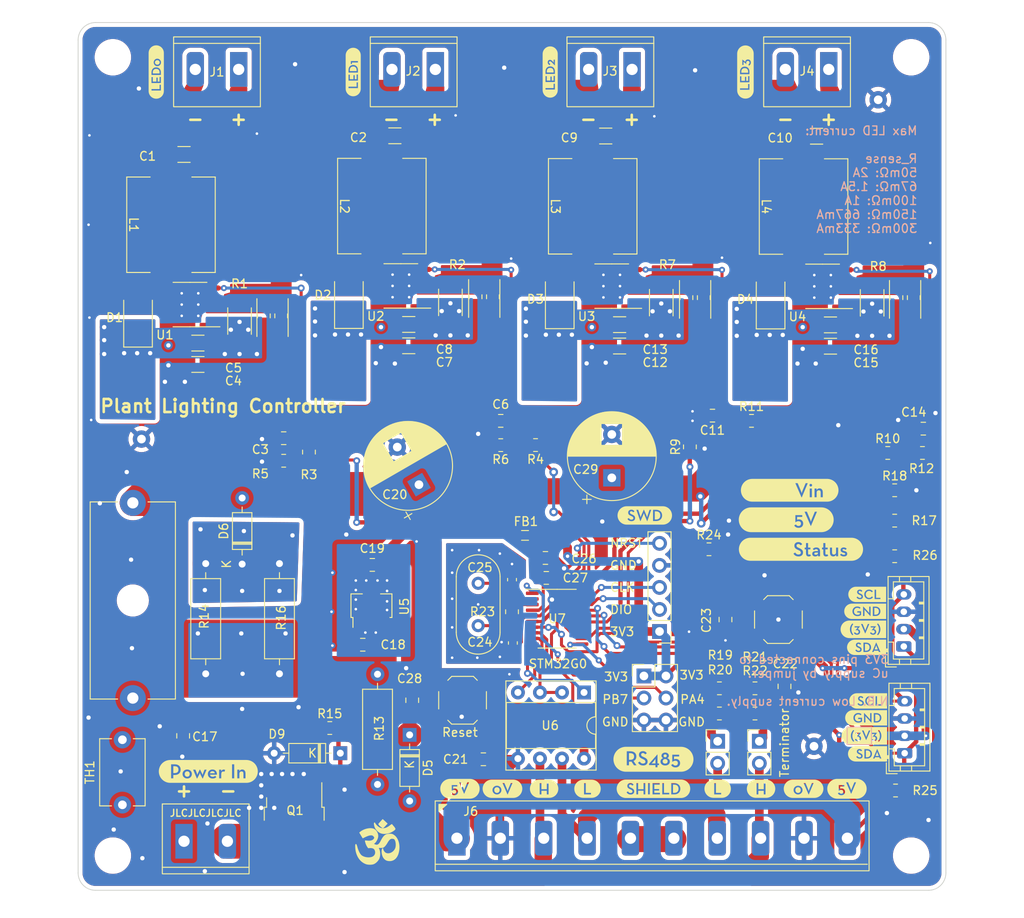
<source format=kicad_pcb>
(kicad_pcb (version 20211014) (generator pcbnew)
  (layers (0 "F.Cu" signal) (31 "B.Cu" signal) (34 "B.Paste" user) (35 "F.Paste" user) (36 "B.SilkS" user "B.Silkscreen") (37 "F.SilkS" user "F.Silkscreen") (38 "B.Mask" user) (39 "F.Mask" user) (44 "Edge.Cuts" user))
  (net 0 "")
  (net 1 "TX")
  (net 2 "RX")
  (net 3 "GND")
  (net 4 "Net-(D6-Pad1)")
  (net 5 "Net-(JP2-Pad1)")
  (net 6 "OSC_IN")
  (net 7 "OSC_OUT")
  (net 8 "NRST")
  (net 9 "Vin")
  (net 10 "Button")
  (net 11 "+3V3")
  (net 12 "Net-(F1-Pad1)")
  (net 13 "RS485_L")
  (net 14 "RS485_H")
  (net 15 "RS485_SHIELD")
  (net 16 "LED0_CTRL")
  (net 17 "SDA")
  (net 18 "SCL")
  (net 19 "GPIO_PA4")
  (net 20 "/Power/Vin_Conn-")
  (net 21 "/Power/Vin_Conn+")
  (net 22 "LED1_CTRL")
  (net 23 "LED2_CTRL")
  (net 24 "RS485_PWR")
  (net 25 "SWDIO")
  (net 26 "SWCLK")
  (net 27 "LED3_CTRL")
  (net 28 "/Power/3V3_REG_IN")
  (net 29 "Net-(J8-Pad2)")
  (net 30 "/Power/REV_POL_GATE")
  (net 31 "/micro/Indicator_LED")
  (net 32 "DE")
  (net 33 "GPIO_PB7")
  (net 34 "Net-(C22-Pad1)")
  (net 35 "Net-(D8-Pad1)")
  (net 36 "Net-(JP1-Pad1)")
  (net 37 "Net-(C2-Pad2)")
  (net 38 "Net-(C9-Pad2)")
  (net 39 "Net-(C10-Pad2)")
  (net 40 "Net-(C24-Pad1)")
  (net 41 "Net-(D5-Pad1)")
  (net 42 "Net-(D10-Pad2)")
  (net 43 "Net-(C3-Pad1)")
  (net 44 "Net-(C6-Pad1)")
  (net 45 "Net-(C11-Pad1)")
  (net 46 "Net-(C14-Pad1)")
  (net 47 "/LED0+")
  (net 48 "/LED0-")
  (net 49 "/LX0")
  (net 50 "/LX1")
  (net 51 "/LX2")
  (net 52 "/LX3")
  (net 53 "Net-(D7-Pad2)")
  (net 54 "/LED1+")
  (net 55 "/LED2+")
  (net 56 "/LED3+")
  (net 57 "Net-(C19-Pad1)")
  (footprint "kibuzzard-62769306" (layer "F.Cu") (at 90.934156 65.9)
    (fp_text reference "kibuzzard-62769306" hide)
    (fp_text value "G***" hide)
  )
  (footprint "Package_TO_SOT_SMD:SOT-89-3" (layer "F.Cu") (at 33.8 67.5 90)
    (fp_text reference "U5")
    (fp_text value "UMW_HT7533-1_3.3V_High-In_LDO_SOT89")
  )
  (footprint "Package_TO_SOT_SMD:TO-252-3_TabPin2" (layer "F.Cu") (at 24.9 92.9 -90)
    (fp_text reference "Q1")
    (fp_text value "Q_NMOS_GDS")
  )
  (footprint "Resistor_SMD:R_0805_2012Metric" (layer "F.Cu") (at 93.3 49.6)
    (fp_text reference "R10")
    (fp_text value "10k")
  )
  (footprint "river:HSOP-8-1EP_3.9x4.9mm_P1.27mm_EP2.41x3.1mm_ThermalVias_0.3mm" (layer "F.Cu") (at 85.79 30.4 180)
    (fp_text reference "U4")
    (fp_text value "PAM2863")
  )
  (footprint "Diode_SMD:D_SMA" (layer "F.Cu") (at 55.5 31.875 90)
    (fp_text reference "D3")
    (fp_text value "SS34")
  )
  (footprint "Capacitor_SMD:C_1206_3216Metric_Pad1.33x1.80mm_HandSolder" (layer "F.Cu") (at 38.1 34.79 180)
    (fp_text reference "C8")
    (fp_text value "10u")
  )
  (footprint "Resistor_SMD:R_2512_6332Metric" (layer "F.Cu") (at 22.4 34 90)
    (fp_text reference "REF**" hide)
    (fp_text value "R_2512_6332Metric")
  )
  (footprint "kibuzzard-6276EF29" (layer "F.Cu") (at 54.4 5.7 90)
    (fp_text reference "kibuzzard-6276EF29" hide)
    (fp_text value "G***" hide)
  )
  (footprint "river:HSOP-8-1EP_3.9x4.9mm_P1.27mm_EP2.41x3.1mm_ThermalVias_0.3mm" (layer "F.Cu") (at 61.49 30.375 180)
    (fp_text reference "U3")
    (fp_text value "PAM2863")
  )
  (footprint "MountingHole:MountingHole_3.2mm_M3_ISO7380" (layer "F.Cu") (at 96 96)
    (fp_text reference "REF**" hide)
    (fp_text value "MountingHole_3.2mm_M3_ISO7380")
  )
  (footprint "Resistor_SMD:R_0805_2012Metric" (layer "F.Cu") (at 72.7 60.7)
    (fp_text reference "R24")
    (fp_text value "1k")
  )
  (footprint "Capacitor_SMD:C_1206_3216Metric_Pad1.33x1.80mm_HandSolder" (layer "F.Cu") (at 60.8 13.075 180)
    (fp_text reference "C9")
    (fp_text value "10u")
  )
  (footprint "Capacitor_SMD:C_0805_2012Metric" (layer "F.Cu") (at 32.8 71.7 180)
    (fp_text reference "C18")
    (fp_text value "10u")
  )
  (footprint "Resistor_SMD:R_0805_2012Metric" (layer "F.Cu") (at 97.3 49.6)
    (fp_text reference "R12")
    (fp_text value "33k")
  )
  (footprint "kibuzzard-6275894F" (layer "F.Cu") (at 44 88.3)
    (fp_text reference "kibuzzard-6275894F" hide)
    (fp_text value "G***" hide)
  )
  (footprint "Diode_THT:D_DO-35_SOD27_P7.62mm_Horizontal" (layer "F.Cu") (at 38.2 82.09 -90)
    (fp_text reference "D5")
    (fp_text value "1N4148")
  )
  (footprint "river:TerminalBlock_KEFENG_Blue_2" (layer "F.Cu") (at 18.5 5.4 180)
    (fp_text reference "J1")
    (fp_text value "~")
  )
  (footprint "kibuzzard-62769315" (layer "F.Cu") (at 90.7 67.849196)
    (fp_text reference "kibuzzard-62769315" hide)
    (fp_text value "G***" hide)
  )
  (footprint "Capacitor_SMD:C_0805_2012Metric" (layer "F.Cu") (at 97.4 46.8)
    (fp_text reference "C14")
    (fp_text value "1u")
  )
  (footprint "kibuzzard-62769306" (layer "F.Cu") (at 91.043309 78.175402)
    (fp_text reference "kibuzzard-62769306" hide)
    (fp_text value "G***" hide)
  )
  (footprint "Button_Switch_SMD:SW_SPST_TL3342" (layer "F.Cu") (at 44.3 78.1 180)
    (fp_text reference "SW2" hide)
    (fp_text value "Button")
  )
  (footprint "" (layer "F.Cu") (at 84.8 83.4)
    (fp_text reference "")
    (fp_text value "")
  )
  (footprint "Resistor_SMD:R_2010_5025Metric_Pad1.40x2.65mm_HandSolder" (layer "F.Cu") (at 18.6 34.4 90)
    (fp_text reference "R1")
    (fp_text value "150m")
  )
  (footprint "Connector_PinHeader_2.54mm:PinHeader_1x02_P2.54mm_Vertical" (layer "F.Cu") (at 78.5 82.825)
    (fp_text reference "JP2" hide)
    (fp_text value "~")
  )
  (footprint "river:Inductor_SMD_10.2x11.0x5" (layer "F.Cu") (at 83.6 21.2 -90)
    (fp_text reference "L4")
    (fp_text value "68u")
  )
  (footprint "kibuzzard-6276EDEB" (layer "F.Cu") (at 9 5.7 90)
    (fp_text reference "kibuzzard-6276EDEB" hide)
    (fp_text value "G***" hide)
  )
  (footprint "Resistor_SMD:R_2010_5025Metric_Pad1.40x2.65mm_HandSolder" (layer "F.Cu") (at 67.2 32.275 90)
    (fp_text reference "R7")
    (fp_text value "150m")
  )
  (footprint "Capacitor_SMD:C_0805_2012Metric" (layer "F.Cu") (at 38.5 78.1 -90)
    (fp_text reference "C28")
    (fp_text value "100n")
  )
  (footprint "Diode_THT:D_DO-35_SOD27_P7.62mm_Horizontal" (layer "F.Cu") (at 30.21 84.2 180)
    (fp_text reference "D9")
    (fp_text value "BZX55C-15")
  )
  (footprint "Capacitor_SMD:C_0805_2012Metric" (layer "F.Cu") (at 53.85 61.7)
    (fp_text reference "C26")
    (fp_text value "10u")
  )
  (footprint "Resistor_SMD:R_0805_2012Metric" (layer "F.Cu") (at 70.1 31.7 90)
    (fp_text reference "REF**" hide)
    (fp_text value "R_0805_2012Metric")
  )
  (footprint "LED_SMD:LED_0805_2012Metric" (layer "F.Cu") (at 79.6 53.9 180)
    (fp_text reference "D8" hide)
    (fp_text value "LED")
  )
  (footprint "Resistor_SMD:R_0805_2012Metric" (layer "F.Cu") (at 21.4 33.8 90)
    (fp_text reference "REF**" hide)
    (fp_text value "R_0805_2012Metric")
  )
  (footprint "Resistor_THT:R_Axial_DIN0309_L9.0mm_D3.2mm_P12.70mm_Horizontal" (layer "F.Cu") (at 23.2 62.35 -90)
    (fp_text reference "R16")
    (fp_text value "1k")
  )
  (footprint "Resistor_THT:R_Axial_DIN0309_L9.0mm_D3.2mm_P12.70mm_Horizontal" (layer "F.Cu") (at 14.7 62.35 -90)
    (fp_text reference "R14")
    (fp_text value "1k")
  )
  (footprint "Capacitor_SMD:C_1206_3216Metric_Pad1.33x1.80mm_HandSolder" (layer "F.Cu") (at 36.5 13.05 180)
    (fp_text reference "C2")
    (fp_text value "10u")
  )
  (footprint "kibuzzard-62769315" (layer "F.Cu") (at 90.809153 80.124598)
    (fp_text reference "kibuzzard-62769315" hide)
    (fp_text value "G***" hide)
  )
  (footprint "Connector_JST:JST_PH_B4B-PH-K_1x04_P2.00mm_Vertical" (layer "F.Cu") (at 95.15 71.9 90)
    (fp_text reference "J9" hide)
    (fp_text value "Conn_01x04_Male")
  )
  (footprint "Resistor_SMD:R_0805_2012Metric" (layer "F.Cu") (at 72.1 31.7 90)
    (fp_text reference "REF**" hide)
    (fp_text value "R_0805_2012Metric")
  )
  (footprint "Resistor_SMD:R_2512_6332Metric" (layer "F.Cu") (at 95.3 31.9 90)
    (fp_text reference "REF**" hide)
    (fp_text value "R_2512_6332Metric")
  )
  (footprint "LED_SMD:LED_0805_2012Metric" (layer "F.Cu") (at 79.6 60.7 180)
    (fp_text reference "D10" hide)
    (fp_text value "~")
  )
  (footprint "Resistor_SMD:R_0805_2012Metric" (layer "F.Cu") (at 70.5 48.9 90)
    (fp_text reference "R9")
    (fp_text value "10k")
  )
  (footprint "river:Inductor_SMD_10.2x11.0x5" (layer "F.Cu") (at 35 21.15 -90)
    (fp_text reference "L2")
    (fp_text value "68u")
  )
  (footprint "kibuzzard-627614DF" (layer "F.Cu") (at 83.3 60.7)
    (fp_text reference "kibuzzard-627614DF" hide)
    (fp_text value "G***" hide)
  )
  (footprint "Capacitor_THT:CP_Radial_D10.0mm_P5.00mm" (layer "F.Cu") (at 61.5 52.467677 90)
    (fp_text reference "C29")
    (fp_text value "~")
  )
  (footprint "Connector_PinHeader_2.54mm:PinHeader_1x05_P2.54mm_Vertical" (layer "F.Cu") (at 67 70.175 180)
    (fp_text reference "J7" hide)
    (fp_text value "SWD")
  )
  (footprint "kibuzzard-62769A2B" (layer "F.Cu") (at 90.6 82.2)
    (fp_text reference "kibuzzard-62769A2B" hide)
    (fp_text value "G***" hide)
  )
  (footprint "MountingHole:MountingHole_3.2mm_M3_ISO7380" (layer "F.Cu") (at 4 96)
    (fp_text reference "REF**" hide)
    (fp_text value "MountingHole_3.2mm_M3_ISO7380")
  )
  (footprint "Connector_PinHeader_2.54mm:PinHeader_2x03_P2.54mm_Vertical" (layer "F.Cu") (at 65.2 75.3)
    (fp_text reference "J10" hide)
    (fp_text value "Conn_02x03_Counter_Clockwise")
  )
  (footprint "Capacitor_SMD:C_1206_3216Metric_Pad1.33x1.80mm_HandSolder" (layer "F.Cu") (at 12.2 15.2 180)
    (fp_text reference "C1")
    (fp_text value "10u")
  )
  (footprint "Resistor_SMD:R_0805_2012Metric" (layer "F.Cu") (at 26.6 49.5 90)
    (fp_text reference "R3")
    (fp_text value "10k")
  )
  (footprint "kibuzzard-6275896E" (layer "F.Cu") (at 78.7 88.3)
    (fp_text reference "kibuzzard-6275896E" hide)
    (fp_text value "G***" hide)
  )
  (footprint "kibuzzard-62769A2B" (layer "F.Cu") (at 90.490847 69.924598)
    (fp_text reference "kibuzzard-62769A2B" hide)
    (fp_text value "G***" hide)
  )
  (footprint "kibuzzard-62758962" (layer "F.Cu") (at 48.9 88.3)
    (fp_text reference "kibuzzard-62758962" hide)
    (fp_text value "G***" hide)
  )
  (footprint "Resistor_THT:R_Axial_DIN0309_L9.0mm_D3.2mm_P12.70mm_Horizontal" (layer "F.Cu") (at 34.5 75.1 -90)
    (fp_text reference "R13")
    (fp_text value "4R7")
  )
  (footprint "Resistor_SMD:R_0805_2012Metric" (layer "F.Cu") (at 94.3 31.7 90)
    (fp_text reference "REF**" hide)
    (fp_text value "R_0805_2012Metric")
  )
  (footprint "kibuzzard-62758A42" (layer "F.Cu") (at 66.3 84.9)
    (fp_text reference "kibuzzard-62758A42" hide)
    (fp_text value "G***" hide)
  )
  (footprint "kibuzzard-62770F6E" (layer "F.Cu") (at 15 86.3)
    (fp_text reference "kibuzzard-62770F6E" hide)
    (fp_text value "G***" hide)
  )
  (footprint "Capacitor_SMD:C_1206_3216Metric_Pad1.33x1.80mm_HandSolder" (layer "F.Cu") (at 85.1 13.1 180)
    (fp_text reference "C10")
    (fp_text value "10u")
  )
  (footprint "Diode_THT:D_DO-35_SOD27_P7.62mm_Horizontal" (layer "F.Cu") (at 18.9 62.41 90)
    (fp_text reference "D6")
    (fp_text value "1N4148")
  )
  (footprint "Diode_SMD:D_SMA" (layer "F.Cu") (at 6.9 34 90)
    (fp_text reference "D1")
    (fp_text value "SS34")
  )
  (footprint "Capacitor_SMD:C_1206_3216Metric_Pad1.33x1.80mm_HandSolder" (layer "F.Cu") (at 62.4 37.275 180)
    (fp_text reference "C12")
    (fp_text value "10u")
  )
  (footprint "Capacitor_SMD:C_1206_3216Metric_Pad1.33x1.80mm_HandSolder" (layer "F.Cu") (at 86.7 37.3 180)
    (fp_text reference "C15")
    (fp_text value "10u")
  )
  (footprint "Capacitor_SMD:C_0805_2012Metric" (layer "F.Cu") (at 73.1 45.3 180)
    (fp_text reference "C11")
    (fp_text value "1u")
  )
  (footprint "kibuzzard-62758985" (layer "F.Cu") (at 66.3 88.3)
    (fp_text reference "kibuzzard-62758985" hide)
    (fp_text value "G***" hide)
  )
  (footprint "Inductor_SMD:L_0805_2012Metric" (layer "F.Cu") (at 51.5 59.1 180)
    (fp_text reference "FB1")
    (fp_text value "600R @ 100MHz")
  )
  (footprint "Capacitor_SMD:C_1206_3216Metric_Pad1.33x1.80mm_HandSolder" (layer "F.Cu") (at 13.8 39.4 180)
    (fp_text reference "C4")
    (fp_text value "10u")
  )
  (footprint "Connector_JST:JST_PH_B4B-PH-K_1x04_P2.00mm_Vertical" (layer "F.Cu") (at 95.25 84.2 90)
    (fp_text reference "J8" hide)
    (fp_text value "Conn_01x04_Male")
  )
  (footprint "Capacitor_SMD:C_0805_2012Metric" (layer "F.Cu") (at 74.6 68.8 -90)
    (fp_text reference "C23")
    (fp_text value "100n")
  )
  (footprint "Resistor_SMD:R_0805_2012Metric" (layer "F.Cu") (at 73.9 79.625)
    (fp_text reference "R20")
    (fp_text value "120")
  )
  (footprint "Diode_SMD:D_SMA" (layer "F.Cu") (at 79.8 31.9 90)
    (fp_text reference "D4")
    (fp_text value "SS34")
  )
  (footprint "river:Inductor_SMD_10.2x11.0x5" (layer "F.Cu") (at 59.3 21.175 -90)
    (fp_text reference "L3")
    (fp_text value "68u")
  )
  (footprint "MountingHole:MountingHole_3.2mm_M3_ISO7380" (layer "F.Cu") (at 4 4)
    (fp_text reference "REF**" hide)
    (fp_text value "MountingHole_3.2mm_M3_ISO7380")
  )
  (footprint "" (layer "F.Cu") (at 7.3 48)
    (fp_text reference "")
    (fp_text value "")
  )
  (footprint "Resistor_SMD:R_0805_2012Metric" (layer "F.Cu") (at 45.8 31.6 90)
    (fp_text reference "REF**" hide)
    (fp_text value "R_0805_2012Metric")
  )
  (footprint "kibuzzard-62758977" (layer "F.Cu") (at 58.7 88.3)
    (fp_text reference "kibuzzard-62758977" hide)
    (fp_text value "G***" hide)
  )
  (footprint "Resistor_SMD:R_0805_2012Metric" (layer "F.Cu") (at 94.1 53.9)
    (fp_text reference "R18")
    (fp_text value "7k5")
  )
  (footprint "Capacitor_SMD:C_0805_2012Metric" (layer "F.Cu") (at 12.1 82.2 -90)
    (fp_text reference "C17")
    (fp_text value "100n")
  )
  (footprint "Resistor_SMD:R_0805_2012Metric_Pad1.20x1.40mm_HandSolder" (layer "F.Cu") (at 94.2 88.5)
    (fp_text reference "R25")
    (fp_text value "DNF 10k")
  )
  (footprint "Button_Switch_SMD:SW_SPST_TL3342" (layer "F.Cu") (at 80.7 68.8 180)
    (fp_text reference "SW1" hide)
    (fp_text value "Button")
  )
  (footprint "river:HSOP-8-1EP_3.9x4.9mm_P1.27mm_EP2.41x3.1mm_ThermalVias_0.3mm" (layer "F.Cu") (at 37.19 30.35 180)
    (fp_text reference "U2")
    (fp_text value "PAM2863")
  )
  (footprint "Capacitor_SMD:C_1206_3216Metric_Pad1.33x1.80mm_HandSolder" (layer "F.Cu") (at 62.4 34.815 180)
    (fp_text reference "C13")
    (fp_text value "10u")
  )
  (footprint "Resistor_SMD:R_0805_2012Metric" (layer "F.Cu") (at 52.7125 48.69 180)
    (fp_text reference "R4")
    (fp_text value "10k")
  )
  (footprint "Capacitor_SMD:C_0603_1608Metric_Pad1.08x0.95mm_HandSolder" (layer "F.Cu") (at 50.1 71.5 -90)
    (fp_text reference "C24")
    (fp_text value "51p")
  )
  (footprint "Capacitor_THT:C_Disc_D7.5mm_W5.0mm_P7.50mm" (layer "F.Cu") (at 5.1 90.15 90)
    (fp_text reference "TH1")
    (fp_text value "Thermistor_NTC")
  )
  (footprint "Resistor_SMD:R_0805_2012Metric" (layer "F.Cu") (at 48.7 48.7 180)
    (fp_text reference "R6")
    (fp_text value "33k")
  )
  (footprint "kibuzzard-627692FB" (layer "F.Cu") (at 90.971871 84.275402)
    (fp_text reference "kibuzzard-627692FB" hide)
    (fp_text value "G***" hide)
  )
  (footprint "Connector_PinHeader_2.54mm:PinHeader_1x02_P2.54mm_Vertical" (layer "F.Cu") (at 73.7 82.825)
    (fp_text reference "JP1" hide)
    (fp_text value "~")
  )
  (footprint "Resistor_SMD:R_0805_2012Metric_Pad1.20x1.40mm_HandSolder" (layer "F.Cu") (at 29 81.3)
    (fp_text reference "R15")
    (fp_text value "10k")
  )
  (footprint "Capacitor_SMD:C_0805_2012Metric" (layer "F.Cu") (at 48.7 45.9 180)
    (fp_text reference "C6")
    (fp_text value "1u")
  )
  (footprint "Resistor_SMD:R_0805_2012Metric" (layer "F.Cu") (at 96.3 31.7 90)
    (fp_text reference "REF**" hide)
    (fp_text value "R_0805_2012Metric")
  )
  (footprint "Fuse:Fuseholder_Cylinder-5x20mm_Schurter_0031_8201_Horizontal_Open" (layer "F.Cu") (at 6.3 77.85 90)
    (fp_text reference "F1" hide)
    (fp_text value "Fuse")
  )
  (footprint "Capacitor_SMD:C_1206_3216Metric_Pad1.33x1.80mm_HandSolder" (layer "F.Cu") (at 38.1 37.25 180)
    (fp_text reference "C7")
    (fp_text value "10u")
  )
  (footprint "Resistor_SMD:R_0805_2012Metric" (layer "F.Cu") (at 73.9 76.725)
    (fp_text reference "R19")
    (fp_text value "120")
  )
  (footprint "river:TerminalBlock_KEFENG_Blue_10" (layer "F.Cu") (at 43.65 94)
    (fp_text reference "J6")
    (fp_text value "Controller Power and RS485")
  )
  (footprint "Capacitor_SMD:C_0805_2012Metric" (layer "F.Cu") (at 33.9 62.5 180)
    (fp_text reference "C19")
    (fp_text value "10u")
  )
  (footprint "Crystal:Crystal_HC49-4H_Vertical" (layer "F.Cu") (at 46.1 69.5 90)
    (fp_text reference "Y1" hide)
    (fp_text value "8MHz")
  )
  (footprint "Package_DIP:DIP-8_W7.62mm_Socket" (layer "F.Cu") (at 58.3 77.2 -90)
    (fp_text reference "U6")
    (fp_text value "MAX485E")
  )
  (footprint "Package_SO:TSSOP-20_4.4x6.5mm_P0.65mm" (layer "F.Cu") (at 55.2 68.7)
    (fp_text reference "U7")
    (fp_text value "STM32G030Fx")
  )
  (footprint "kibuzzard-6275896E" (layer "F.Cu") (at 53.7 88.3)
    (fp_text reference "kibuzzard-6275896E" hide)
    (fp_text value "G***" hide)
  )
  (footprint "kibuzzard-62758962" (layer "F.Cu") (at 83.6 88.3)
    (fp_text reference "kibuzzard-62758962" hide)
    (fp_text value "G***" hide)
  )
  (footprint "MountingHole:MountingHole_3.2mm_M3_ISO7380" (layer "F.Cu") (at 96 4)
    (fp_text reference "REF**" hide)
    (fp_text value "MountingHole_3.2mm_M3_ISO7380")
  )
  (footprint "river:TerminalBlock_KEFENG_Blue_2" (layer "F.Cu") (at 86.5 5.4 180)
    (fp_text reference "J4")
    (fp_text value "~")
  )
  (footprint "kibuzzard-62761516" (layer "F.Cu") (at 82 53.9)
    (fp_text reference "kibuzzard-62761516" hide)
    (fp_text value "G***" hide)
  )
  (footprint "Resistor_SMD:R_0805_2012Metric" (layer "F.Cu") (at 23.4 33.8 90)
    (fp_text reference "REF**" hide)
    (fp_text value "R_0805_2012Metric")
  )
  (footprint "kibuzzard-627692FB" (layer "F.Cu") (at 90.862718 72)
    (fp_text reference "kibuzzard-627692FB" hide)
    (fp_text value "G***" hide)
  )
  (footprint "LED_SMD:LED_0805_2012Metric" (layer "F.Cu") (at 79.6 57.3)
    (fp_text reference "D7" hide)
    (fp_text value "LED")
  )
  (footprint "river:HSOP-8-1EP_3.9x4.9mm_P1.27mm_EP2.41x3.1mm_ThermalVias_0.3mm" (layer "F.Cu") (at 12.89 32.5 180)
    (fp_text reference "U1")
    (fp_text value "PAM2863")
  )
  (footprint "Resistor_SMD:R_2512_6332Metric" (layer "F.Cu") (at 71.1 31.9 90)
    (fp_text reference "REF**" hide)
    (fp_text value "R_2512_6332Metric")
  )
  (footprint "Resistor_SMD:R_0805_2012Metric" (layer "F.Cu") (at 94.1 57.4 180)
    (fp_text reference "R17")
    (fp_text value "1k")
  )
  (footprint "Resistor_SMD:R_0805_2012Metric" (layer "F.Cu") (at 78 76.725)
    (fp_text reference "R21")
    (fp_text value "120")
  )
  (footprint "kibuzzard-6276EF20" (layer "F.Cu") (at 31.7 5.7 90)
    (fp_text reference "kibuzzard-6276EF20" hide)
    (fp_text value "G***" hide)
  )
  (footprint "Capacitor_SMD:C_1206_3216Metric_Pad1.33x1.80mm_HandSolder" (layer "F.Cu") (at 13.8 36.94 180)
    (fp_text reference "C5")
    (fp_text value "10u")
  )
  (footprint "" (layer "F.Cu") (at 92.2 8.9)
    (fp_text reference "")
    (fp_text value "")
  )
  (footprint "Resistor_SMD:R_2512_6332Metric" (layer "F.Cu") (at 46.8 31.8 90)
    (fp_text reference "REF**" hide)
    (fp_text value "R_2512_6332Metric")
  )
  (footprint "kibuzzard-633CB0FB" (layer "F.Cu") (at 65.3 56.8)
    (fp_text reference "kibuzzard-633CB0FB" hide)
    (fp_text value "G***" hide)
  )
  (footprint "Capacitor_SMD:C_0805_2012Metric" (layer "F.Cu") (at 81.4 76.5 -90)
    (fp_text reference "C22")
    (fp_text value "220p")
  )
  (footprint "Resistor_SMD:R_0805_2012Metric" (layer "F.Cu") (at 50 67.9 90)
    (fp_text reference "R23")
    (fp_text value "330")
  )
  (footprint "river:TerminalBlock_KEFENG_Blue_2" (layer "F.Cu") (at 41.166666 5.4 180)
    (fp_text reference "J2")
    (fp_text value "~")
  )
  (footprint "river:TerminalBlock_KEFENG_Blue_2" (layer "F.Cu") (at 63.833332 5.4 180)
    (fp_text reference "J3")
    (fp_text value "~")
  )
  (footprint "kibuzzard-6276EF30" (layer "F.Cu") (at 76.9 5.7 90)
    (fp_text reference "kibuzzard-6276EF30" hide)
    (fp_text value "G***" hide)
  )
  (footprint "kibuzzard-62761502" (layer "F.Cu") (at 81.6 57.3)
    (fp_text reference "kibuzzard-62761502" hide)
    (fp_text value "G***" hide)
  )
  (footprint "Resistor_SMD:R_0805_2012Metric" (layer "F.Cu") (at 77.6 45.9)
    (fp_text reference "R11")
    (fp_text value "33k")
  )
  (footprint "Capacitor_SMD:C_0805_2012Metric" (layer "F.Cu") (at 46.7 84.9)
    (fp_text reference "C21")
    (fp_text value "100n")
  )
  (footprint "Resistor_SMD:R_2010_5025Metric_Pad1.40x2.65mm_HandSolder" (layer "F.Cu") (at 91.5 32.3 90)
    (fp_text reference "R8")
    (fp_text value "150m")
  )
  (footprint "Resistor_SMD:R_0805_2012Metric" (layer "F.Cu") (at 78 79.625)
    (fp_text reference "R22")
    (fp_text value "120")
  )
  (footprint "kibuzzard-6275894F" (layer "F.Cu") (at 88.6 88.3)
    (fp_text reference "kibuzzard-6275894F" hide)
    (fp_text value "G***" hide)
  )
  (footprint "river:TerminalBlock_KEFENG_Blue_2" (layer "F.Cu") (at 12.2 94.35)
    (fp_text reference "J5" hide)
    (fp_text value "Power In")
  )
  (footprint "Resistor_SMD:R_2010_5025Metric_Pad1.40x2.65mm_HandSolder" (layer "F.Cu") (at 42.9 32.25 90)
    (fp_text reference "R2")
    (fp_text value "150m")
  )
  (footprint "Capacitor_SMD:C_0805_2012Metric" (layer "F.Cu") (at 23.6875 47.9 180)
    (fp_text reference "C3")
    (fp_text value "1u")
  )
  (footprint "kibuzzard-62758977" (layer "F.Cu") (at 73.7 88.3)
    (fp_text reference "kibuzzard-62758977" hide)
    (fp_text value "G***" hide)
  )
  (footprint "Capacitor_THT:CP_Radial_D10.0mm_P5.00mm" (layer "F.Cu") (at 39.275 53.253685 120)
    (fp_text reference "C20")
    (fp_text value "470u")
  )
  (footprint "Resistor_SMD:R_0805_2012Metric" (layer "F.Cu") (at 23.6875 50.5 180)
    (fp_text reference "R5")
    (fp_text value "33k")
  )
  (footprint "Capacitor_SMD:C_0603_1608Metric_Pad1.08x0.95mm_HandSolder" (layer "F.Cu") (at 50 64.2 90)
    (fp_text reference "C25")
    (fp_text value "51p")
  )
  (footprint "Capacitor_SMD:C_0805_2012Metric" (layer "F.Cu") (at 53.95 64)
    (fp_text reference "C27")
    (fp_text value "100n")
  )
  (footprint "Resistor_SMD:R_0805_2012Metric_Pad1.20x1.40mm_HandSolder" (layer "F.Cu") (at 94.1 61.5)
    (fp_text reference "R26")
    (fp_text value "DNF 10k")
  )
  (footprint "Resistor_SMD:R_0805_2012Metric" (layer "F.Cu") (at 47.8 31.6 90)
    (fp_text reference "REF**" hide)
    (fp_text value "R_0805_2012Metric")
  )
  (footprint "river:Inductor_SMD_10.2x11.0x5" (layer "F.Cu") (at 10.7 23.3 -90)
    (fp_text reference "L1")
    (fp_text value "68u")
  )
  (footprint "Diode_SMD:D_SMA" (layer "F.Cu") (at 31.2 31.85 90)
    (fp_text reference "D2")
    (fp_text value "SS34")
  )
  (footprint "Capacitor_SMD:C_1206_3216Metric_Pad1.33x1.80mm_HandSolder" (layer "F.Cu") (at 86.7 34.84 180)
    (fp_text reference "C16")
    (fp_text value "10u")
  )
  (footprint "Jumper:SolderJumper-2_P1.3mm_Open_TrianglePad1.0x1.5mm" (layer "B.Cu") (at 90.025 82.2 180)
    (fp_text reference "JP3" hide)
    (fp_text value "SolderJumper_2_Open")
  )
  (gr_poly (pts (xy 34.189721 92.276587) (xy 34.212492 92.317246) (xy 34.237505 92.357239) (xy 34.264627 92.396514) (xy 34.293721 92.435019) (xy 34.324651 92.472701) (xy 34.357283 92.509507) (xy 34.391482 92.545385) (xy 34.427111 92.580283) (xy 34.464035 92.614147) (xy 34.502119 92.646926) (xy 34.541227 92.678566) (xy 34.581224 92.709016) (xy 34.621975 92.738223) (xy 34.663344 92.766134) (xy 34.705195 92.792696) (xy 34.780791 92.826047) (xy 34.856566 92.852974) (xy 34.932567 92.873469) (xy 35.008841 92.887522) (xy 35.085436 92.895124) (xy 35.162399 92.896266) (xy 35.239776 92.890939) (xy 35.317615 92.879135) (xy 35.395963 92.860843) (xy 35.474867 92.836055) (xy 35.554374 92.804762) (xy 35.63453 92.766955) (xy 35.715384 92.722624) (xy 35.796982 92.671761) (xy 35.879372 92.614357) (xy 35.9626 92.550402) (xy 35.998777 92.521968) (xy 36.033108 92.496212) (xy 36.064799 92.473643) (xy 36.093058 92.454769) (xy 36.117091 92.440099) (xy 36.127276 92.434498) (xy 36.136107 92.43014) (xy 36.143485 92.427087) (xy 36.149312 92.425402) (xy 36.153487 92.42515) (xy 36.154925 92.425581) (xy 36.155913 92.426393) (xy 36.177223 92.457756) (xy 36.200096 92.488524) (xy 36.224229 92.51883) (xy 36.249322 92.548803) (xy 36.353267 92.667983) (xy 36.37864 92.698254) (xy 36.403164 92.728977) (xy 36.426539 92.760282) (xy 36.448463 92.7923) (xy 36.468636 92.825163) (xy 36.486755 92.859) (xy 36.49495 92.876325) (xy 36.502519 92.893942) (xy 36.509424 92.911869) (xy 36.515628 92.93012) (xy 36.514595 92.93834) (xy 36.511551 92.947418) (xy 36.506574 92.957303) (xy 36.499743 92.967942) (xy 36.491138 92.979281) (xy 36.480838 92.991267) (xy 36.455467 93.016972) (xy 36.424264 93.044633) (xy 36.387863 93.073827) (xy 36.346895 93.10413) (xy 36.301995 93.135119) (xy 36.253794 93.166372) (xy 36.202927 93.197465) (xy 36.150026 93.227974) (xy 36.095724 93.257477) (xy 36.040655 93.28555) (xy 35.98545 93.31177) (xy 35.930744 93.335714) (xy 35.877169 93.356958) (xy 35.748878 93.391308) (xy 35.625577 93.418717) (xy 35.507031 93.438823) (xy 35.393007 93.451261) (xy 35.283269 93.455668) (xy 35.177582 93.451681) (xy 35.075713 93.438935) (xy 35.026137 93.429163) (xy 34.977427 93.417066) (xy 34.929554 93.402597) (xy 34.882488 93.385712) (xy 34.836202 93.366364) (xy 34.790664 93.344508) (xy 34.745845 93.320098) (xy 34.701718 93.29309) (xy 34.658251 93.263438) (xy 34.615416 93.231096) (xy 34.573183 93.196018) (xy 34.531524 93.158161) (xy 34.490408 93.117476) (xy 34.449807 93.073921) (xy 34.370031 92.978013) (xy 34.291961 92.870073) (xy 34.291957 92.870073) (xy 34.268241 92.826458) (xy 34.245867 92.779231) (xy 34.225005 92.729278) (xy 34.205826 92.677487) (xy 34.188502 92.624744) (xy 34.173203 92.571935) (xy 34.160102 92.519947) (xy 34.14937 92.469667) (xy 34.141177 92.421982) (xy 34.135696 92.377778) (xy 34.133096 92.337942) (xy 34.133551 92.303361) (xy 34.13723 92.274921) (xy 34.140332 92.263281) (xy 34.144305 92.253509) (xy 34.14917 92.245716) (xy 34.154948 92.240012) (xy 34.161661 92.236508) (xy 34.169329 92.235315)) (layer "F.SilkS") (width 0.1) (fill solid))
  (gr_poly (pts (xy 33.768117 92.892647) (xy 33.851615 92.900615) (xy 33.930157 92.914454) (xy 34.002929 92.934343) (xy 34.034363 92.945765) (xy 34.065228 92.959054) (xy 34.095485 92.974137) (xy 34.125091 92.990941) (xy 34.154005 93.009392) (xy 34.182186 93.029418) (xy 34.209594 93.050945) (xy 34.236187 93.073899) (xy 34.261923 93.098206) (xy 34.286763 93.123795) (xy 34.310664 93.150591) (xy 34.333586 93.178521) (xy 34.355487 93.207511) (xy 34.376326 93.237489) (xy 34.396063 93.268381) (xy 34.414656 93.300113) (xy 34.432064 93.332612) (xy 34.448246 93.365805) (xy 34.46316 93.399618) (xy 34.476766 93.433979) (xy 34.489023 93.468813) (xy 34.499889 93.504047) (xy 34.509323 93.539609) (xy 34.517285 93.575423) (xy 34.523732 93.611419) (xy 34.528625 93.647521) (xy 34.531921 93.683656) (xy 34.53358 93.719752) (xy 34.53356 93.755734) (xy 34.531821 93.79153) (xy 34.528322 93.827066) (xy 34.523021 93.862268) (xy 34.512818 93.910707) (xy 34.499219 93.960995) (xy 34.482522 94.012611) (xy 34.463026 94.065035) (xy 34.44103 94.117744) (xy 34.416831 94.170219) (xy 34.390727 94.221938) (xy 34.363018 94.27238) (xy 34.334001 94.321023) (xy 34.303975 94.367347) (xy 34.273238 94.410831) (xy 34.242088 94.450953) (xy 34.210824 94.487193) (xy 34.179744 94.519028) (xy 34.149147 94.545939) (xy 34.11933 94.567404) (xy 33.984443 94.652807) (xy 34.17076 94.736822) (xy 34.200086 94.749467) (xy 34.22872 94.760618) (xy 34.256689 94.770261) (xy 34.284024 94.778377) (xy 34.310755 94.784951) (xy 34.33691 94.789965) (xy 34.36252 94.793404) (xy 34.387613 94.79525) (xy 34.412219 94.795486) (xy 34.436368 94.794097) (xy 34.46009 94.791065) (xy 34.483412 94.786375) (xy 34.506366 94.780008) (xy 34.528981 94.771949) (xy 34.551285 94.762181) (xy 34.573309 94.750687) (xy 34.595082 94.737451) (xy 34.616633 94.722456) (xy 34.637992 94.705685) (xy 34.659189 94.687122) (xy 34.680252 94.66675) (xy 34.701212 94.644552) (xy 34.722098 94.620513) (xy 34.742938 94.594614) (xy 34.763764 94.56684) (xy 34.784604 94.537174) (xy 34.826445 94.472098) (xy 34.868696 94.399255) (xy 34.911593 94.31851) (xy 34.970295 94.206598) (xy 35.026931 94.105107) (xy 35.082069 94.013594) (xy 35.136275 93.931617) (xy 35.190116 93.858732) (xy 35.24416 93.794497) (xy 35.271435 93.765485) (xy 35.298973 93.73847) (xy 35.326845 93.713395) (xy 35.355122 93.690206) (xy 35.383875 93.668847) (xy 35.413174 93.649264) (xy 35.443091 93.6314) (xy 35.473696 93.6152) (xy 35.505061 93.600609) (xy 35.537255 93.587572) (xy 35.570351 93.576033) (xy 35.604418 93.565936) (xy 35.675752 93.549851) (xy 35.751823 93.538873) (xy 35.833199 93.532559) (xy 35.920447 93.530466) (xy 35.960888 93.530712) (xy 35.998276 93.531613) (xy 36.032945 93.533268) (xy 36.06523 93.535777) (xy 36.095464 93.539238) (xy 36.123984 93.54375) (xy 36.151123 93.549411) (xy 36.177215 93.556321) (xy 36.202596 93.564578) (xy 36.2276 93.574281) (xy 36.25256 93.585528) (xy 36.277813 93.59842) (xy 36.303692 93.613054) (xy 36.330531 93.629529) (xy 36.358666 93.647944) (xy 36.38843 93.668398) (xy 36.426182 93.696129) (xy 36.462828 93.725614) (xy 36.498353 93.756812) (xy 36.53274 93.789682) (xy 36.565975 93.824182) (xy 36.598041 93.86027) (xy 36.628923 93.897904) (xy 36.658606 93.937044) (xy 36.687073 93.977647) (xy 36.71431 94.019672) (xy 36.7403 94.063077) (xy 36.765028 94.107821) (xy 36.810636 94.201158) (xy 36.851009 94.299351) (xy 36.886022 94.402067) (xy 36.91555 94.508974) (xy 36.939468 94.619737) (xy 36.957652 94.734026) (xy 36.969976 94.851507) (xy 36.976317 94.971847) (xy 36.976548 95.094714) (xy 36.970546 95.219774) (xy 36.954975 95.375442) (xy 36.931611 95.522992) (xy 36.90066 95.66216) (xy 36.862331 95.792679) (xy 36.816831 95.914284) (xy 36.764366 96.026709) (xy 36.705146 96.129688) (xy 36.639377 96.222955) (xy 36.604102 96.265864) (xy 36.567268 96.306245) (xy 36.5289 96.344066) (xy 36.489024 96.379293) (xy 36.447668 96.411892) (xy 36.404855 96.441831) (xy 36.360613 96.469076) (xy 36.314968 96.493594) (xy 36.267944 96.515353) (xy 36.219569 96.534318) (xy 36.169868 96.550456) (xy 36.118868 96.563735) (xy 36.066593 96.57412) (xy 36.01307 96.58158) (xy 35.958325 96.58608) (xy 35.902385 96.587587) (xy 35.841696 96.586217) (xy 35.783655 96.582068) (xy 35.728154 96.57508) (xy 35.675085 96.565195) (xy 35.624338 96.552353) (xy 35.575805 96.536495) (xy 35.529377 96.517562) (xy 35.484946 96.495496) (xy 35.442404 96.470236) (xy 35.401641 96.441725) (xy 35.362549 96.409902) (xy 35.32502 96.374709) (xy 35.288945 96.336087) (xy 35.254215 96.293976) (xy 35.220722 96.248318) (xy 35.188357 96.199053) (xy 35.161371 96.151551) (xy 35.136409 96.099282) (xy 35.113575 96.042979) (xy 35.092974 95.983373) (xy 35.074708 95.921198) (xy 35.058882 95.857186) (xy 35.045599 95.79207) (xy 35.034964 95.726583) (xy 35.027081 95.661456) (xy 35.022053 95.597423) (xy 35.019984 95.535217) (xy 35.020978 95.47557) (xy 35.025139 95.419214) (xy 35.03257 95.366883) (xy 35.043377 95.319308) (xy 35.057662 95.277224) (xy 35.071549 95.244217) (xy 35.077414 95.231062) (xy 35.082618 95.220115) (xy 35.087203 95.211355) (xy 35.09121 95.204763) (xy 35.093011 95.202274) (xy 35.094683 95.20032) (xy 35.096232 95.198898) (xy 35.097663 95.198007) (xy 35.098982 95.197642) (xy 35.100193 95.197803) (xy 35.101303 95.198487) (xy 35.102316 95.19969) (xy 35.103238 95.201412) (xy 35.104073 95.203649) (xy 35.105508 95.20966) (xy 35.106661 95.217703) (xy 35.107577 95.22776) (xy 35.108297 95.23981) (xy 35.108863 95.253836) (xy 35.109797 95.26789) (xy 35.111651 95.282438) (xy 35.117989 95.312827) (xy 35.127617 95.344636) (xy 35.140277 95.377496) (xy 35.155713 95.411037) (xy 35.173665 95.444891) (xy 35.193876 95.478689) (xy 35.216087 95.512063) (xy 35.240042 95.544645) (xy 35.265481 95.576065) (xy 35.292147 95.605954) (xy 35.319782 95.633945) (xy 35.348128 95.659668) (xy 35.376927 95.682755) (xy 35.405921 95.702837) (xy 35.434851 95.719545) (xy 35.470664 95.736542) (xy 35.507349 95.751001) (xy 35.544816 95.762964) (xy 35.582976 95.772472) (xy 35.621738 95.779564) (xy 35.661013 95.784283) (xy 35.70071 95.786668) (xy 35.740739 95.78676) (xy 35.781011 95.784601) (xy 35.821436 95.78023) (xy 35.861923 95.773689) (xy 35.902383 95.765018) (xy 35.942726 95.754258) (xy 35.982861 95.741449) (xy 36.022699 95.726633) (xy 36.06215 95.709849) (xy 36.101123 95.69114) (xy 36.13953 95.670545) (xy 36.177279 95.648105) (xy 36.214281 95.623861) (xy 36.250446 95.597854) (xy 36.285684 95.570123) (xy 36.319905 95.540711) (xy 36.353019 95.509658) (xy 36.384936 95.477004) (xy 36.415566 95.442791) (xy 36.444819 95.407058) (xy 36.472605 95.369847) (xy 36.498835 95.331198) (xy 36.523417 95.291153) (xy 36.546263 95.249751) (xy 36.567282 95.207033) (xy 36.594867 95.137584) (xy 36.616764 95.061786) (xy 36.633139 94.980933) (xy 36.64416 94.89632) (xy 36.649993 94.809243) (xy 36.650806 94.720996) (xy 36.646764 94.632874) (xy 36.638035 94.546173) (xy 36.624785 94.462187) (xy 36.607181 94.382212) (xy 36.58539 94.307543) (xy 36.559578 94.239473) (xy 36.529913 94.1793) (xy 36.513687 94.152579) (xy 36.496561 94.128317) (xy 36.478554 94.106677) (xy 36.459689 94.08782) (xy 36.439985 94.071908) (xy 36.419463 94.059103) (xy 36.409926 94.054476) (xy 36.39891 94.049979) (xy 36.386548 94.045634) (xy 36.37297 94.041466) (xy 36.358308 94.037496) (xy 36.342693 94.03375) (xy 36.326257 94.030249) (xy 36.309131 94.027018) (xy 36.291448 94.024079) (xy 36.273337 94.021456) (xy 36.254932 94.019173) (xy 36.236363 94.017253) (xy 36.217761 94.015719) (xy 36.199259 94.014594) (xy 36.180987 94.013902) (xy 36.163077 94.013666) (xy 36.144404 94.014091) (xy 36.125963 94.015379) (xy 36.107736 94.017547) (xy 36.089702 94.020613) (xy 36.071843 94.024595) (xy 36.054138 94.02951) (xy 36.036569 94.035377) (xy 36.019116 94.042214) (xy 36.001759 94.050037) (xy 35.984479 94.058866) (xy 35.967256 94.068717) (xy 35.950072 94.079609) (xy 35.932906 94.09156) (xy 35.915739 94.104587) (xy 35.898552 94.118708) (xy 35.881325 94.133941) (xy 35.864038 94.150303) (xy 35.846673 94.167814) (xy 35.811628 94.206348) (xy 35.776034 94.249687) (xy 35.739736 94.297973) (xy 35.702577 94.351348) (xy 35.664402 94.409955) (xy 35.625055 94.473937) (xy 35.58438 94.543436) (xy 35.553512 94.594996) (xy 35.518928 94.648636) (xy 35.4818 94.702786) (xy 35.443298 94.755877) (xy 35.404592 94.806338) (xy 35.366854 94.852599) (xy 35.331253 94.89309) (xy 35.31462 94.910681) (xy 35.298961 94.926241) (xy 35.275302 94.948494) (xy 35.25318 94.968296) (xy 35.232154 94.985787) (xy 35.211787 95.001108) (xy 35.201713 95.007998) (xy 35.191639 95.014398) (xy 35.18151 95.020326) (xy 35.171271 95.025798) (xy 35.160868 95.030833) (xy 35.150246 95.035448) (xy 35.139349 95.03966) (xy 35.128124 95.043487) (xy 35.116514 95.046946) (xy 35.104465 95.050055) (xy 35.091923 95.052832) (xy 35.078833 95.055294) (xy 35.065139 95.057458) (xy 35.050786 95.059342) (xy 35.019888 95.06234) (xy 34.985699 95.064429) (xy 34.947779 95.065747) (xy 34.905691 95.066435) (xy 34.858996 95.066633) (xy 34.56568 95.066633) (xy 34.660491 95.277227) (xy 34.684271 95.335862) (xy 34.704728 95.398353) (xy 34.721868 95.464145) (xy 34.735699 95.532681) (xy 34.746228 95.603405) (xy 34.753463 95.67576) (xy 34.75741 95.749189) (xy 34.758077 95.823136) (xy 34.755471 95.897044) (xy 34.7496 95.970358) (xy 34.740471 96.04252) (xy 34.728091 96.112973) (xy 34.712466 96.181162) (xy 34.693606 96.24653) (xy 34.671516 96.30852) (xy 34.646205 96.366575) (xy 34.620523 96.415962) (xy 34.591271 96.465125) (xy 34.558776 96.513765) (xy 34.523371 96.561581) (xy 34.485384 96.608273) (xy 34.445146 96.653542) (xy 34.402987 96.697087) (xy 34.359236 96.738608) (xy 34.314223 96.777805) (xy 34.268279 96.814378) (xy 34.221734 96.848026) (xy 34.174917 96.878451) (xy 34.128159 96.905351) (xy 34.081789 96.928427) (xy 34.036137 96.947378) (xy 33.991534 96.961905) (xy 33.947128 96.972957) (xy 33.899815 96.982341) (xy 33.850051 96.990066) (xy 33.798292 96.996144) (xy 33.744993 97.000583) (xy 33.69061 97.003395) (xy 33.635598 97.004588) (xy 33.580413 97.004173) (xy 33.525511 97.002161) (xy 33.471348 96.99856) (xy 33.418378 96.993382) (xy 33.367058 96.986637) (xy 33.317844 96.978333) (xy 33.27119 96.968482) (xy 33.227553 96.957094) (xy 33.187388 96.944178) (xy 33.187411 96.94417) (xy 33.134759 96.924311) (xy 33.083033 96.902708) (xy 32.982429 96.854353) (xy 32.885734 96.79927) (xy 32.793087 96.737629) (xy 32.704622 96.669595) (xy 32.620478 96.595336) (xy 32.540791 96.51502) (xy 32.465697 96.428814) (xy 32.395333 96.336886) (xy 32.329836 96.239403) (xy 32.269342 96.136531) (xy 32.213989 96.02844) (xy 32.163912 95.915295) (xy 32.119249 95.797265) (xy 32.080136 95.674516) (xy 32.04671 95.547216) (xy 32.033479 95.486212) (xy 32.021534 95.421472) (xy 32.00167 95.28502) (xy 31.98746 95.146328) (xy 31.979244 95.013864) (xy 31.977365 94.896096) (xy 31.978909 94.845369) (xy 31.982165 94.801491) (xy 31.987176 94.765522) (xy 31.993985 94.738519) (xy 32.002635 94.721541) (xy 32.007663 94.717142) (xy 32.013167 94.715647) (xy 32.015173 94.71606) (xy 32.017371 94.717286) (xy 32.019752 94.719304) (xy 32.02231 94.722094) (xy 32.025036 94.725637) (xy 32.027923 94.729911) (xy 32.034148 94.740573) (xy 32.040923 94.753919) (xy 32.048185 94.769787) (xy 32.055873 94.788015) (xy 32.063925 94.808441) (xy 32.072278 94.830903) (xy 32.080871 94.855239) (xy 32.089642 94.881287) (xy 32.098529 94.908885) (xy 32.10747 94.937871) (xy 32.116402 94.968083) (xy 32.125264 94.999359) (xy 32.133994 95.031538) (xy 32.153723 95.102517) (xy 32.175007 95.17273) (xy 32.197735 95.241943) (xy 32.221792 95.309921) (xy 32.247066 95.37643) (xy 32.273444 95.441235) (xy 32.300814 95.504101) (xy 32.329062 95.564795) (xy 32.358075 95.623081) (xy 32.387741 95.678725) (xy 32.417947 95.731493) (xy 32.448579 95.78115) (xy 32.479525 95.827462) (xy 32.510673 95.870193) (xy 32.541908 95.909111) (xy 32.573119 95.943979) (xy 32.600173 95.970671) (xy 32.629487 95.996306) (xy 32.660935 96.020864) (xy 32.694389 96.044324) (xy 32.766803 96.087864) (xy 32.845706 96.126756) (xy 32.930078 96.160829) (xy 33.018897 96.189914) (xy 33.111141 96.213841) (xy 33.205789 96.232441) (xy 33.301818 96.245543) (xy 33.398207 96.252977) (xy 33.493935 96.254574) (xy 33.587979 96.250164) (xy 33.679319 96.239577) (xy 33.766932 96.222643) (xy 33.809021 96.211742) (xy 33.849796 96.199192) (xy 33.889128 96.184969) (xy 33.92689 96.169054) (xy 33.955125 96.155436) (xy 33.982277 96.14073) (xy 34.008332 96.124974) (xy 34.033277 96.108205) (xy 34.057097 96.090458) (xy 34.079779 96.071772) (xy 34.10131 96.052181) (xy 34.121674 96.031725) (xy 34.140859 96.010438) (xy 34.158851 95.988358) (xy 34.175635 95.965522) (xy 34.191199 95.941967) (xy 34.205527 95.917729) (xy 34.218607 95.892844) (xy 34.230425 95.867351) (xy 34.240966 95.841285) (xy 34.250217 95.814683) (xy 34.258165 95.787582) (xy 34.264794 95.76002) (xy 34.270092 95.732031) (xy 34.274045 95.703654) (xy 34.276638 95.674926) (xy 34.277859 95.645882) (xy 34.277693 95.61656) (xy 34.276126 95.586996) (xy 34.273144 95.557228) (xy 34.268735 95.527291) (xy 34.262883 95.497223) (xy 34.255576 95.467061) (xy 34.246799 95.436841) (xy 34.236538 95.4066) (xy 34.22478 95.376375) (xy 34.214727 95.353519) (xy 34.203894 95.33163) (xy 34.192269 95.310702) (xy 34.179838 95.290732) (xy 34.166588 95.271714) (xy 34.152507 95.253644) (xy 34.137581 95.236517) (xy 34.121798 95.220328) (xy 34.105144 95.205074) (xy 34.087607 95.190749) (xy 34.069173 95.177349) (xy 34.049829 95.164869) (xy 34.029563 95.153304) (xy 34.008361 95.142651) (xy 33.986211 95.132903) (xy 33.963099 95.124057) (xy 33.939013 95.116108) (xy 33.913939 95.109052) (xy 33.887864 95.102883) (xy 33.860776 95.097597) (xy 33.832661 95.09319) (xy 33.803507 95.089656) (xy 33.7733 95.086992) (xy 33.742027 95.085192) (xy 33.709676 95.084252) (xy 33.676234 95.084167) (xy 33.641686 95.084934) (xy 33.606021 95.086546) (xy 33.569226 95.088999) (xy 33.531287 95.09229) (xy 33.492191 95.096412) (xy 33.451926 95.101362) (xy 33.440284 95.088013) (xy 33.426719 95.071467) (xy 33.408867 95.048467) (xy 33.387388 95.019107) (xy 33.362937 94.983482) (xy 33.336175 94.941685) (xy 33.307757 94.893811) (xy 33.278342 94.839954) (xy 33.263466 94.810812) (xy 33.248588 94.78021) (xy 33.233789 94.748159) (xy 33.219152 94.714671) (xy 33.204759 94.679759) (xy 33.190692 94.643434) (xy 33.177034 94.605707) (xy 33.163867 94.566591) (xy 33.151272 94.526097) (xy 33.139333 94.484238) (xy 33.128131 94.441024) (xy 33.117749 94.396468) (xy 33.108269 94.350582) (xy 33.099772 94.303377) (xy 33.373519 94.328196) (xy 33.434382 94.3326) (xy 33.493296 94.334612) (xy 33.550202 94.334249) (xy 33.605044 94.331527) (xy 33.657765 94.326463) (xy 33.708307 94.319073) (xy 33.756614 94.309375) (xy 33.802628 94.297385) (xy 33.846292 94.283119) (xy 33.88755 94.266596) (xy 33.926344 94.24783) (xy 33.962617 94.22684) (xy 33.996312 94.203641) (xy 34.027372 94.178251) (xy 34.05574 94.150685) (xy 34.081359 94.120962) (xy 34.102668 94.093085) (xy 34.121057 94.067144) (xy 34.136514 94.042859) (xy 34.14314 94.03125) (xy 34.149027 94.019949) (xy 34.154176 94.008922) (xy 34.158584 93.998133) (xy 34.16225 93.987546) (xy 34.165171 93.977128) (xy 34.167348 93.966842) (xy 34.168778 93.956653) (xy 34.169459 93.946527) (xy 34.16939 93.936429) (xy 34.16857 93.926322) (xy 34.166996 93.916172) (xy 34.164668 93.905943) (xy 34.161584 93.895602) (xy 34.157742 93.885111) (xy 34.153141 93.874437) (xy 34.14778 93.863544) (xy 34.141655 93.852396) (xy 34.134767 93.84096) (xy 34.127114 93.829199) (xy 34.109504 93.804562) (xy 34.088814 93.778206) (xy 34.065032 93.749849) (xy 34.046294 93.729434) (xy 34.026609 93.710689) (xy 34.005942 93.693621) (xy 33.984254 93.678235) (xy 33.961507 93.664539) (xy 33.937666 93.652537) (xy 33.912692 93.642237) (xy 33.886549 93.633644) (xy 33.859198 93.626765) (xy 33.830604 93.621605) (xy 33.800727 93.61817) (xy 33.769532 93.616468) (xy 33.73698 93.616503) (xy 33.703035 93.618282) (xy 33.66766 93.621811) (xy 33.630816 93.627097) (xy 33.592467 93.634144) (xy 33.552575 93.642961) (xy 33.511104 93.653551) (xy 33.468015 93.665923) (xy 33.423272 93.680081) (xy 33.376837 93.696032) (xy 33.278743 93.733337) (xy 33.173434 93.777887) (xy 33.060613 93.829731) (xy 32.939981 93.888918) (xy 32.81124 93.955496) (xy 32.45362 93.356016) (xy 32.603553 93.241659) (xy 32.677106 93.189635) (xy 32.756326 93.141149) (xy 32.840397 93.096381) (xy 32.928501 93.05551) (xy 33.019821 93.018716) (xy 33.113541 92.986177) (xy 33.208842 92.958074) (xy 33.304909 92.934586) (xy 33.400923 92.915892) (xy 33.496068 92.902172) (xy 33.589527 92.893605) (xy 33.680482 92.89037)) (layer "F.SilkS") (width 0.1) (fill solid))
  (gr_poly (pts (xy 35.603053 92.321894) (xy 35.5712 92.349441) (xy 35.540297 92.378555) (xy 35.510166 92.40896) (xy 35.480631 92.440383) (xy 35.36491 92.570755) (xy 35.335702 92.603147) (xy 35.306028 92.634909) (xy 35.275712 92.665768) (xy 35.244577 92.695448) (xy 35.212447 92.723676) (xy 35.179145 92.750177) (xy 35.144494 92.774676) (xy 35.108317 92.7969) (xy 34.980628 92.706338) (xy 34.912825 92.657222) (xy 34.879131 92.631541) (xy 34.846032 92.605049) (xy 34.813869 92.577699) (xy 34.782984 92.549444) (xy 34.75372 92.520237) (xy 34.726419 92.49003) (xy 34.701422 92.458778) (xy 34.679072 92.426434) (xy 34.668996 92.409837) (xy 34.65971 92.392949) (xy 34.651257 92.375765) (xy 34.643679 92.358278) (xy 35.098079 91.854433)) (layer "F.SilkS") (width 0.1) (fill solid))
  (gr_line locked (start 97.999967 99.999967) (end 1.999967 99.999967) (layer "Edge.Cuts") (width 0.1))
  (gr_arc locked (start 99.999967 97.999967) (mid 99.414186 99.414195) (end 97.999967 99.999967) (layer "Edge.Cuts") (width 0.1))
  (gr_line locked (start 1.999967 -0.000033) (end 97.999967 -0.000033) (layer "Edge.Cuts") (width 0.1))
  (gr_line locked (start -0.000033 97.999967) (end -0.000033 1.999967) (layer "Edge.Cuts") (width 0.1))
  (gr_arc locked (start -0.000033 1.999967) (mid 0.585763 0.585763) (end 1.999967 -0.000033) (layer "Edge.Cuts") (width 0.1))
  (gr_arc locked (start 97.999967 -0.000033) (mid 99.414176 0.585758) (end 99.999967 1.999967) (layer "Edge.Cuts") (width 0.1))
  (gr_line locked (start 99.999967 1.999967) (end 99.999967 97.999967) (layer "Edge.Cuts") (width 0.1))
  (gr_arc locked (start 1.999967 99.999967) (mid 0.585749 99.414185) (end -0.000033 97.999967) (layer "Edge.Cuts") (width 0.1))
  (gr_text "3V3 pins connected to\nuC supply by jumper.\n\nN.B. Low current supply." (at 93.5 75.8) (layer "B.SilkS") (effects (font (size 1 1)) (justify left mirror)))
  (gr_text "Max LED current:\n\nR_sense\n50mΩ: 2A\n67mΩ: 1.5A\n100mΩ: 1A\n150mΩ: 667mA\n300mΩ: 333mA" (at 96.8 18.1) (layer "B.SilkS") (effects (font (size 1 1)) (justify left mirror)))
  (gr_text "+" (at 12.2 88.5) (layer "F.SilkS") (effects (font (size 1.5 1.5) (thickness 0.3))))
  (gr_text "Plant Lighting Controller" (at 16.7 44.2) (layer "F.SilkS") (effects (font (size 1.5 1.5) (thickness 0.3))))
  (gr_text "-" (at 58.8 11.1) (layer "F.SilkS") (effects (font (size 1.5 1.5) (thickness 0.3))))
  (gr_text "3V3" (at 70.7 75.2) (layer "F.SilkS") (effects (font (size 1 1))))
  (gr_text "3V3" (at 62.7 70.2) (layer "F.SilkS") (effects (font (size 1 1))))
  (gr_text "DIO" (at 62.580953 67.65) (layer "F.SilkS") (effects (font (size 1 1))))
  (gr_text "3V3" (at 62 75.4) (layer "F.SilkS") (effects (font (size 1 1))))
  (gr_text "GND" (at 70.7 80.6) (layer "F.SilkS") (effects (font (size 1 1))))
  (gr_text "-" (at 81.5 11.1) (layer "F.SilkS") (effects (font (size 1.5 1.5) (thickness 0.3))))
  (gr_text "PA4" (at 70.8 78) (layer "F.SilkS") (effects (font (size 1 1))))
  (gr_text "GND" (at 62.842857 62.55) (layer "F.SilkS") (effects (font (size 1 1))))
  (gr_text "+" (at 18.5 11.1) (layer "F.SilkS") (effects (font (size 1.5 1.5) (thickness 0.3))))
  (gr_text "-" (at 17.3 88.5) (layer "F.SilkS") (effects (font (size 1.5 1.5) (thickness 0.3))))
  (gr_text "JLCJLCJLCJLC" (at 14.7 91.1) (layer "F.SilkS") (effects (font (size 0.8 0.8))))
  (gr_text "CLK" (at 62.72381 65.1) (layer "F.SilkS") (effects (font (size 1 1))))
  (gr_text "+" (at 63.8 11.1) (layer "F.SilkS") (effects (font (size 1.5 1.5) (thickness 0.3))))
  (gr_text "Terminator" (at 81.4 83 90) (layer "F.SilkS") (effects (font (size 1 1))))
  (gr_text "STM32G0" (at 55.3 73.9) (layer "F.SilkS") (effects (font (size 1 1))))
  (gr_text "-" (at 13.5 11.1) (layer "F.SilkS") (effects (font (size 1.5 1.5) (thickness 0.3))))
  (gr_text "-" (at 36.1 11.1) (layer "F.SilkS") (effects (font (size 1.5 1.5) (thickness 0.3))))
  (gr_text "NRST" (at 63.2 60) (layer "F.SilkS") (effects (font (size 1 1))))
  (gr_text "+" (at 41.1 11.1) (layer "F.SilkS") (effects (font (size 1.5 1.5) (thickness 0.3))))
  (gr_text "GND" (at 61.9 80.6) (layer "F.SilkS") (effects (font (size 1 1))))
  (gr_text "PB7" (at 61.9 78) (layer "F.SilkS") (effects (font (size 1 1))))
  (gr_text "+" (at 86.5 11.1) (layer "F.SilkS") (effects (font (size 1.5 1.5) (thickness 0.3))))
  (segment (start 52.3375 70.975) (end 53.096072 70.975) (width 0.35) (layer "F.Cu") (net 1))
  (segment (start 53.096072 70.975) (end 53.44952 71.328448) (width 0.35) (layer "F.Cu") (net 1))
  (segment (start 53.44952 71.328448) (end 53.44952 72.273355) (width 0.35) (layer "F.Cu") (net 1))
  (segment (start 50.68 77.2) (end 52.612827 75.267173) (width 0.35) (layer "F.Cu") (net 1))
  (segment (start 53.44952 72.273355) (end 52.611437 73.111437) (width 0.35) (layer "F.Cu") (net 1))
  (segment (start 52.612827 73.112827) (end 52.611437 73.111437) (width 0.35) (layer "F.Cu") (net 1))
  (segment (start 52.612827 75.267173) (end 52.612827 73.112827) (width 0.35) (layer "F.Cu") (net 1))
  (segment (start 51.785793 72.176707) (end 51.785793 74.998897) (width 0.35) (layer "F.Cu") (net 2))
  (segment (start 52.3375 71.625) (end 51.785793 72.176707) (width 0.35) (layer "F.Cu") (net 2))
  (via (at 51.785793 74.998897) (size 0.8) (drill 0.4) (layers "F.Cu" "B.Cu") (net 2))
  (segment (start 56.9 75.8) (end 58.3 77.2) (width 0.35) (layer "B.Cu") (net 2))
  (segment (start 52.098897 74.998897) (end 52.9 75.8) (width 0.35) (layer "B.Cu") (net 2))
  (segment (start 52.9 75.8) (end 56.9 75.8) (width 0.35) (layer "B.Cu") (net 2))
  (segment (start 51.785793 74.998897) (end 52.098897 74.998897) (width 0.35) (layer "B.Cu") (net 2))
  (segment (start 53.225 68.375) (end 54.6 67) (width 0.35) (layer "F.Cu") (net 3))
  (segment (start 54.6 67) (end 54.6 66.5) (width 0.35) (layer "F.Cu") (net 3))
  (segment (start 51.578928 68.375) (end 51.07452 68.879408) (width 0.35) (layer "F.Cu") (net 3))
  (segment (start 29.4 63.3) (end 30.3 63.3) (width 1) (layer "F.Cu") (net 3))
  (segment (start 30 67.9) (end 30.3 67.6) (width 1) (layer "F.Cu") (net 3))
  (segment (start 51.07452 68.879408) (end 51.07452 71.38798) (width 0.35) (layer "F.Cu") (net 3))
  (segment (start 29.3 63.4) (end 29.4 63.3) (width 1) (layer "F.Cu") (net 3))
  (segment (start 31.85 69.6) (end 32.3 69.15) (width 1) (layer "F.Cu") (net 3))
  (segment (start 47.65 84.9) (end 50.6 84.9) (width 1) (layer "F.Cu") (net 3))
  (segment (start 30.3 62.9) (end 30.7 62.5) (width 1) (layer "F.Cu") (net 3))
  (segment (start 52.3375 68.375) (end 53.225 68.375) (width 0.35) (layer "F.Cu") (net 3))
  (segment (start 54.9 64) (end 54.6 64.3) (width 0.5) (layer "F.Cu") (net 3))
  (segment (start 52.3375 68.375) (end 51.578928 68.375) (width 0.35) (layer "F.Cu") (net 3))
  (segment (start 31.75 71.8) (end 31.85 71.7) (width 1) (layer "F.Cu") (net 3))
  (segment (start 29.3 71.8) (end 31.75 71.8) (width 1) (layer "F.Cu") (net 3))
  (segment (start 48.6 86.9) (end 50.7 84.8) (width 1) (layer "F.Cu") (net 3))
  (segment (start 56 62.9) (end 54.9 64) (width 1) (layer "F.Cu") (net 3))
  (segment (start 56 62.9) (end 54.8 61.7) (width 1) (layer "F.Cu") (net 3))
  (segment (start 30.3 67.6) (end 30.3 65.6) (width 1) (layer "F.Cu") (net 3))
  (segment (start 30.7 62.5) (end 32.95 62.5) (width 1) (layer "F.Cu") (net 3))
  (segment (start 30.3 68.2) (end 30.3 67.6) (width 1) (layer "F.Cu") (net 3))
  (segment (start 48.6 94.1) (end 48.6 86.9) (width 1) (layer "F.Cu") (net 3))
  (segment (start 98.35 46.8) (end 98.35 49.4625) (width 0.35) (layer "F.Cu") (net 3))
  (segment (start 30.3 63.3) (end 30.3 62.9) (width 1) (layer "F.Cu") (net 3))
  (segment (start 54.6 64.3) (end 54.6 66.5) (width 0.5) (layer "F.Cu") (net 3))
  (segment (start 29.2 67.9) (end 30 67.9) (width 1) (layer "F.Cu") (net 3))
  (segment (start 31.85 71.7) (end 31.85 69.6) (width 1) (layer "F.Cu") (net 3))
  (segment (start 32.3 69.15) (end 32.25 69.1) (width 1) (layer "F.Cu") (net 3))
  (segment (start 30.3 65.6) (end 30.3 63.3) (width 1) (layer "F.Cu") (net 3))
  (segment (start 31.2 69.1) (end 30.3 68.2) (width 1) (layer "F.Cu") (net 3))
  (segment (start 32.25 69.1) (end 31.2 69.1) (width 1) (layer "F.Cu") (net 3))
  (segment (start 51.07452 71.38798) (end 50.1 72.3625) (width 0.35) (layer "F.Cu") (net 3))
  (via (at 4.9 86.3) (size 1) (drill 0.5) (layers "F.Cu" "B.Cu") (net 3))
  (via (at 48.6 61.2) (size 0.7) (drill 0.3) (layers "F.Cu" "B.Cu") (net 3))
  (via (at 46 73.2) (size 0.7) (drill 0.3) (layers "F.Cu" "B.Cu") (net 3))
  (via (at 48.6 73.1) (size 0.7) (drill 0.3) (layers "F.Cu" "B.Cu") (net 3))
  (via (at 59.2 35.1) (size 1) (drill 0.5) (layers "F.Cu" "B.Cu") (net 3))
  (via (at 12 84.6) (size 1) (drill 0.5) (layers "F.Cu" "B.Cu") (net 3))
  (via (at 12.3 41.4) (size 1) (drill 0.5) (layers "F.Cu" "B.Cu") (net 3))
  (via (at 98 91.9) (size 1) (drill 0.5) (layers "F.Cu" "B.Cu") (net 3))
  (via (at 91 63.6) (size 1) (drill 0.5) (layers "F.Cu" "B.Cu") (net 3))
  (via (at 46.2 60.8) (size 0.7) (drill 0.3) (layers "F.Cu" "B.Cu") (net 3))
  (via (at 18.9 79.1) (size 1) (drill 0.5) (layers "F.Cu" "B.Cu") (net 3))
  (via (at 70.8 45.9) (size 0.7) (drill 0.3) (layers "F.Cu" "B.Cu") (net 3))
  (via (at 54.6 66.5) (size 1) (drill 0.5) (layers "F.Cu" "B.Cu") (net 3))
  (via (at 49.1 5.2) (size 1) (drill 0.5) (layers "F.Cu" "B.Cu") (net 3))
  (via (at 98.2 25.4) (size 0.7) (drill 0.3) (layers "F.Cu" "B.Cu") (net 3))
  (via (at 59.2 37.4) (size 1) (drill 0.5) (layers "F.Cu" "B.Cu") (net 3))
  (via (at 1.3 13) (size 0.7) (drill 0.3) (layers "F.Cu" "B.Cu") (net 3))
  (via (at 6.1 61.9) (size 1) (drill 0.5) (layers "F.Cu" "B.Cu") (net 3))
  (via (at 22.6 90.5) (size 1) (drill 0.5) (layers "F.Cu" "B.Cu") (net 3))
  (via (at 72.2 49.1) (size 1) (drill 0.5) (layers "F.Cu" "B.Cu") (net 3))
  (via (at 23.5 86.6) (size 1) (drill 0.5) (layers "F.Cu" "B.Cu") (net 3))
  (via (at 21.1 86.6) (size 1) (drill 0.5) (layers "F.Cu" "B.Cu") (net 3))
  (via (at 1.2 80.1) (size 1) (drill 0.5) (layers "F.Cu" "B.Cu") (net 3))
  (via (at 83.5 35.1) (size 1) (drill 0.5) (layers "F.Cu" "B.Cu") (net 3))
  (via (at 14.9 92.3) (size 1) (drill 0.5) (layers "F.Cu" "B.Cu") (net 3))
  (via (at 87.6 46.4) (size 1) (drill 0.5) (layers "F.Cu" "B.Cu") (net 3))
  (via (at 56 62.9) (size 1) (drill 0.5) (layers "F.Cu" "B.Cu") (net 3))
  (via (at 60.4 57.5) (size 1) (drill 0.5) (layers "F.Cu" "B.Cu") (net 3))
  (via (at 80.7 68.8) (size 1) (drill 0.5) (layers "F.Cu" "B.Cu") (net 3))
  (via (at 70.4 70.2) (size 0.7) (drill 0.3) (layers "F.Cu" "B.Cu") (net 3))
  (via (at 83 77.2) (size 1) (drill 0.5) (layers "F.Cu" "B.Cu") (net 3))
  (via (at 29.2 67.9) (size 0.7) (drill 0.3) (layers "F.Cu" "B.Cu") (net 3))
  (via (at 34.3 39.25) (size 1) (drill 0.5) (layers "F.Cu" "B.Cu") (net 3))
  (via (at 58.6 39.275) (size 1) (drill 0.5) (layers "F.Cu" "B.Cu") (net 3))
  (via (at 10.4 39.5) (size 1) (drill 0.5) (layers "F.Cu" "B.Cu") (net 3))
  (via (at 75 57.4) (size 1) (drill 0.5) (layers "F.Cu" "B.Cu") (net 3))
  (via (at 36.5 39.3) (size 1) (drill 0.5) (layers "F.Cu" "B.Cu") (net 3))
  (via (at 4.1 93) (size 1) (drill 0.5) (layers "F.Cu" "B.Cu") (net 3))
  (via (at 74.2 27.1) (size 0.7) (drill 0.3) (layers "F.Cu" "B.Cu") (net 3))
  (via (at 30.7 88.4) (size 1) (drill 0.5) (layers "F.Cu" "B.Cu") (net 3))
  (via (at 82.9 39.3) (size 1) (drill 0.5) (layers "F.Cu" "B.Cu") (net 3))
  (via (at 44.2 80) (size 1) (drill 0.5) (layers "F.Cu" "B.Cu") (net 3))
  (via (at 93.2 91.1) (size 1) (drill 0.5) (layers "F.Cu" "B.Cu") (net 3))
  (via (at 98.8 45) (size 1) (drill 0.5) (layers "F.Cu" "B.Cu") (net 3))
  (via (at 50 62.4) (size 0.7) (drill 0.3) (layers "F.Cu" "B.Cu") (net 3))
  (via (at 83.5 37.6) (size 1) (drill 0.5) (layers "F.Cu" "B.Cu") (net 3))
  (via (at 21.1 90.5) (size 1) (drill 0.5) (layers "F.Cu" "B.Cu") (net 3))
  (via (at 30.9 59) (size 1) (drill 0.5) (layers "F.Cu" "B.Cu") (net 3))
  (via (at 24.7 86.6) (size 1) (drill 0.5) (layers "F.Cu" "B.Cu") (net 3))
  (via (at 39 59.8) (size 0.7) (drill 0.3) (layers "F.Cu" "B.Cu") (net 3))
  (via (at 22.3 86.6) (size 1) (drill 0.5) (layers "F.Cu" "B.Cu") (net 3))
  (via (at 74.9 59) (size 1) (drill 0.5) (layers "F.Cu" "B.Cu") (net 3))
  (via (at 21.1 89.2) (size 1) (drill 0.5) (layers "F.Cu" "B.Cu") (net 3))
  (via (at 20.6 12.8) (size 0.7) (drill 0.3) (layers "F.Cu" "B.Cu") (net 3))
  (via (at 49.7 75.1) (size 0.7) (drill 0.3) (layers "F.Cu" "B.Cu") (net 3))
  (via (at 48.8 71.4) (size 0.7) (drill 0.3) (layers "F.Cu" "B.Cu") (net 3))
  (via (at 7 7.6) (size 1) (drill 0.5) (layers "F.Cu" "B.Cu") (net 3))
  (via (at 43.1 63.4) (size 0.7) (drill 0.3) (layers "F.Cu" "B.Cu") (net 3))
  (via (at 94.5 45.8) (size 1) (drill 0.5) (layers "F.Cu" "B.Cu") (net 3))
  (via (at 19.7 90.5) (size 1) (drill 0.5) (layers "F.Cu" "B.Cu") (net 3))
  (via (at 46.1 67.05) (size 0.7) (drill 0.3) (layers "F.Cu" "B.Cu") (net 3))
  (via (at 60.8 39.2) (size 1) (drill 0.5) (layers "F.Cu" "B.Cu") (net 3))
  (via (at 25 4.8) (size 1) (drill 0.5) (layers "F.Cu" "B.Cu") (net 3))
  (via (at 43.1 69.7) (size 0.7) (drill 0.3) (layers "F.Cu" "B.Cu") (net 3))
  (via (at 7.4 96.3) (size 1) (drill 0.5) (layers "F.Cu" "B.Cu") (net 3))
  (via (at 6.2 72.1) (size 1) (drill 0.5) (layers "F.Cu" "B.Cu") (net 3))
  (via (at 5.6 51.8) (size 1) (drill 0.5) (layers "F.Cu" "B.Cu") (net 3))
  (via (at 10.4 37.2) (size 1) (drill 0.5) (layers "F.Cu" "B.Cu") (net 3))
  (via (at 96.6 53.9) (size 1) (drill 0.5) (layers "F.Cu" "B.Cu") (net 3))
  (via (at 74.6 71.2) (size 0.7) (drill 0.3) (layers "F.Cu" "B.Cu") (net 3))
  (via (at 43.1 60.8) (size 0.7) (drill 0.3) (layers "F.Cu" "B.Cu") (net 3))
  (via (at 79.1 63.7) (size 1) (drill 0.5) (layers "F.Cu" "B.Cu") (net 3))
  (via (at 21.1875 50.6) (size 1) (drill 0.5) (layers "F.Cu" "B.Cu") (net 3))
  (via (at 43.5 10.7) (size 0.7) (drill 0.3) (layers "F.Cu" "B.Cu") (net 3))
  (via (at 43.1 66.4) (size 0.7) (drill 0.3) (layers "F.Cu" "B.Cu") (net 3))
  (via (at 25.7 29.1) (size 0.7) (drill 0.3) (layers "F.Cu" "B.Cu") (net 3))
  (via (at 71.1 5.5) (size 1) (drill 0.5) (layers "F.Cu" "B.Cu") (net 3))
  (via (at 21.1875 48) (size 1) (drill 0.5) (layers "F.Cu" "B.Cu") (net 3))
  (via (at 25.4 78.9) (size 1) (drill 0.5) (layers "F.Cu" "B.Cu") (net 3))
  (via (at 29.3 71.8) (size 0.7) (drill 0.3) (layers "F.Cu" "B.Cu") (net 3))
  (via (at 9.4 81.1) (size 1) (drill 0.5) (layers "F.Cu" "B.Cu") (net 3))
  (via (at 85 39.3) (size 1) (drill 0.5) (layers "F.Cu" "B.Cu") (net 3))
  (via (at 1.5 45.8) (size 0.7) (drill 0.3) (layers "F.Cu" "B.Cu") (net 3))
  (via (at 29.3 63.4) (size 0.7) (drill 0.3) (layers "F.Cu" "B.Cu") (net 3))
  (via (at 66.4 10.8) (size 0.7) (drill 0.3) (layers "F.Cu" "B.Cu") (net 3))
  (via (at 30.7 97.9) (size 1) (drill 0.5) (layers "F.Cu" "B.Cu") (net 3))
  (via (at 1.3 34) (size 0.7) (drill 0.3) (layers "F.Cu" "B.Cu") (net 3))
  (via (at 34.9 35.1) (size 1) (drill 0.5) (layers "F.Cu" "B.Cu") (net 3))
  (via (at 2.5 55.4) (size 1) (drill 0.5) (layers "F.Cu" "B.Cu") (net 3))
  (via (at 46.1 47.4) (size 1) (drill 0.5) (layers "F.Cu" "B.Cu") (net 3))
  (via (at 14.6 97.8) (size 1) (drill 0.5) (layers "F.Cu" "B.Cu") (net 3))
  (via (at 26 86.6) (size 1) (drill 0.5) (layers "F.Cu" "B.Cu") (net 3))
  (via (at 43.1 73.2) (size 0.7) (drill 0.3) (layers "F.Cu" "B.Cu") (net 3))
  (via (at 10 41.4) (size 1) (drill 0.5) (layers "F.Cu" "B.Cu") (net 3))
  (via (at 49.9 27.2) (size 0.7) (drill 0.3) (layers "F.Cu" "B.Cu") (net 3))
  (via (at 21.1 87.9) (size 1) (drill 0.5) (layers "F.Cu" "B.Cu") (net 3))
  (via (at 1.2 23.3) (size 0.7) (drill 0.3) (layers "F.Cu" "B.Cu") (net 3))
  (via (at 34.9 37.4) (size 1) (drill 0.5) (layers "F.Cu" "B.Cu") (net 3))
  (via (at 37.8 74.4) (size 1) (drill 0.5) (layers "F.Cu" "B.Cu") (net 3))
  (via (at 70.8 44.8) (size 0.7) (drill 0.3) (layers "F.Cu" "B.Cu") (net 3))
  (segment (start 14.7 62.35) (end 23.2 62.35) (width 3) (layer "F.Cu") (net 4))
  (via (at 14.6 65.4) (size 1) (drill 0.5) (layers "F.Cu" "B.Cu") (net 4))
  (via (at 14.1 58.4) (size 1) (drill 0.5) (layers "F.Cu" "B.Cu") (net 4))
  (via (at 23.2 65.5) (size 1) (drill 0.5) (layers "F.Cu" "B.Cu") (net 4))
  (via (at 24.7 59.1) (size 1) (drill 0.5) (layers "F.Cu" "B.Cu") (net 4))
  (via (at 18.9 65.5) (size 1) (drill 0.5) (layers "F.Cu" "B.Cu") (net 4))
  (via (at 19.1 58.6) (size 1) (drill 0.5) (layers "F.Cu" "B.Cu") (net 4))
  (segment (start 78.9125 79.625) (end 78.9125 82.4125) (width 1) (layer "F.Cu") (net 5))
  (segment (start 78.9125 82.4125) (end 78.5 82.825) (width 1) (layer "F.Cu") (net 5))
  (segment (start 78.9125 76.725) (end 78.9125 79.625) (width 1) (layer "F.Cu") (net 5))
  (segment (start 49.5575 64.62) (end 46.1 64.62) (width 0.35) (layer "F.Cu") (net 6))
  (segment (start 50 65.0625) (end 49.5575 64.62) (width 0.35) (layer "F.Cu") (net 6))
  (segment (start 52.3375 66.425) (end 51.3625 66.425) (width 0.35) (layer "F.Cu") (net 6))
  (segment (start 51.3625 66.425) (end 50 65.0625) (width 0.35) (layer "F.Cu") (net 6))
  (segment (start 52.3375 67.075) (end 50.0875 67.075) (width 0.35) (layer "F.Cu") (net 7))
  (segment (start 52.3375 69.025) (end 53.428273 69.025) (width 0.35) (layer "F.Cu") (net 8))
  (segment (start 52.3375 69.025) (end 53.096072 69.025) (width 0.35) (layer "F.Cu") (net 8))
  (segment (start 57 78.3) (end 57 76.1) (width 0.35) (layer "F.Cu") (net 8))
  (segment (start 55.65048 64.872382) (end 57.711431 62.811431) (width 0.35) (layer "F.Cu") (net 8))
  (segment (start 54.548559 73.648559) (end 54.548559 70.477487) (width 0.35) (layer "F.Cu") (net 8))
  (segment (start 40.2 77.15) (end 41.15 76.2) (width 1) (layer "F.Cu") (net 8))
  (segment (start 52.3375 69.025) (end 53.575 69.025) (width 0.35) (layer "F.Cu") (net 8))
  (segment (start 54.45 68.25) (end 54.35 68.25) (width 0.35) (layer "F.Cu") (net 8))
  (segment (start 53.428273 69.025) (end 55.5 66.953273) (width 0.35) (layer "F.Cu") (net 8))
  (segment (start 56.8 78.5) (end 57 78.3) (width 0.35) (layer "F.Cu") (net 8))
  (segment (start 57 76.1) (end 54.548559 73.648559) (width 0.35) (layer "F.Cu") (net 8))
  (segment (start 57.75048 60.797875) (end 57.5255 60.572895) (width 0.35) (layer "F.Cu") (net 8))
  (segment (start 55.2 69) (end 54.45 68.25) (width 0.35) (layer "F.Cu") (net 8))
  (segment (start 47.45 76.2) (end 47.45 77.75) (width 0.35) (layer "F.Cu") (net 8))
  (segment (start 47.45 76.2) (end 41.15 76.2) (width 0.35) (layer "F.Cu") (net 8))
  (segment (start 57.711431 62.811431) (end 57.75048 62.772382) (width 0.35) (layer "F.Cu") (net 8))
  (segment (start 55.2 69.826046) (end 55.2 69) (width 0.35) (layer "F.Cu") (net 8))
  (segment (start 48.2 78.5) (end 56.8 78.5) (width 0.35) (layer "F.Cu") (net 8))
  (segment (start 55.65048 66.94952) (end 55.65048 64.872382) (width 0.35) (layer "F.Cu") (net 8))
  (segment (start 55.5 66.953273) (end 55.5 65.008204) (width 0.35) (layer "F.Cu") (net 8))
  (segment (start 54.35 68.25) (end 55.65048 66.94952) (width 0.35) (layer "F.Cu") (net 8))
  (segment (start 54.548559 70.477487) (end 55.2 69.826046) (width 0.35) (layer "F.Cu") (net 8))
  (segment (start 38.5 77.15) (end 40.2 77.15) (width 1) (layer "F.Cu") (net 8))
  (segment (start 47.45 77.75) (end 48.2 78.5) (width 0.35) (layer "F.Cu") (net 8))
  (segment (start 53.575 69.025) (end 54.35 68.25) (width 0.35) (layer "F.Cu") (net 8))
  (segment (start 57.75048 62.772382) (end 57.75048 60.797875) (width 0.35) (layer "F.Cu") (net 8))
  (via (at 57.5255 60.572895) (size 0.8) (drill 0.4) (layers "F.Cu" "B.Cu") (net 8))
  (segment (start 58.083395 60.015) (end 67 60.015) (width 0.35) (layer "B.Cu") (net 8))
  (segment (start 57.5255 60.572895) (end 58.083395 60.015) (width 0.35) (layer "B.Cu") (net 8))
  (segment (start 6.3 55.35) (end 10.55 51.1) (width 3) (layer "F.Cu") (net 9))
  (segment (start 55.2 54.017621) (end 66.882379 54.017621) (width 3) (layer "F.Cu") (net 9))
  (segment (start 10.95 55.35) (end 18.6 47.7) (width 3) (layer "F.Cu") (net 9))
  (segment (start 88.5 49.1) (end 91.5 46.1) (width 3) (layer "F.Cu") (net 9))
  (segment (start 6.3 55.35) (end 9.4 58.45) (width 0.5) (layer "F.Cu") (net 9))
  (segment (start 40.182379 53.417621) (end 41.6 52) (width 3) (layer "F.Cu") (net 9))
  (segment (start 52.017621 54.382379) (end 52.017621 54.017621) (width 3) (layer "F.Cu") (net 9))
  (segment (start 40.182379 54.017621) (end 44.017621 54.017621) (width 3) (layer "F.Cu") (net 9))
  (segment (start 18.6 47.7) (end 18.6 36.8) (width 3) (layer "F.Cu") (net 9))
  (segment (start 66.882379 54.017621) (end 67.2 53.7) (width 3) (layer "F.Cu") (net 9))
  (segment (start 61.5 52.467677) (end 58.632323 52.467677) (width 4) (layer "F.Cu") (net 9))
  (segment (start 75.6 53.9) (end 71.8 57.7) (width 0.5) (layer "F.Cu") (net 9))
  (segment (start 67.2 34.675) (end 67.2 53.7) (width 3) (layer "F.Cu") (net 9))
  (segment (start 67.2 53.7) (end 71.3 53.7) (width 3) (layer "F.Cu") (net 9))
  (segment (start 75.9 49.1) (end 88.5 49.1) (width 3) (layer "F.Cu") (net 9))
  (segment (start 7.632379 54.017621) (end 19.782379 54.017621) (width 3) (layer "F.Cu") (net 9))
  (segment (start 61.5 52.467677) (end 67.167677 52.467677) (width 4) (layer "F.Cu") (net 9))
  (segment (start 11.5 81.3) (end 28 81.3) (width 0.5) (layer "F.Cu") (net 9))
  (segment (start 67.167677 52.467677) (end 67.9 53.2) (width 4) (layer "F.Cu") (net 9))
  (segment (start 38.1 53.3) (end 14.6 53.3) (width 3) (layer "F.Cu") (net 9))
  (segment (start 91.5 46.1) (end 91.5 34.7) (width 3) (layer "F.Cu") (net 9))
  (segment (start 19.782379 54.017621) (end 40.182379 54.017621) (width 3) (layer "F.Cu") (net 9))
  (segment (start 9.4 79.2) (end 11.5 81.3) (width 0.5) (layer "F.Cu") (net 9))
  (segment (start 44.017621 54.017621) (end 52.017621 54.017621) (width 3) (layer "F.Cu") (net 9))
  (segment (start 6.3 55.35) (end 51.05 55.35) (width 3) (layer "F.Cu") (net 9))
  (segment (start 10.55 51.1) (end 12.1 51.1) (width 3) (layer "F.Cu") (net 9))
  (segment (start 42.9 48.5) (end 38.1 53.3) (width 3) (layer "F.Cu") (net 9))
  (segment (start 42.9 48.5) (end 42.9 52.9) (width 3) (layer "F.Cu") (net 9))
  (segment (start 6.3 55.35) (end 7.632379 54.017621) (width 3) (layer "F.Cu") (net 9))
  (segment (start 52.017621 54.017621) (end 55.2 54.017621) (width 3) (layer "F.Cu") (net 9))
  (segment (start 42.9 52.9) (end 44.017621 54.017621) (width 3) (layer "F.Cu") (net 9))
  (segment (start 71.3 53.7) (end 75.9 49.1) (width 3) (layer "F.Cu") (net 9))
  (segment (start 18.9 54.79) (end 19.01 54.79) (width 3) (layer "F.Cu") (net 9))
  (segment (start 51.05 55.35) (end 52.017621 54.382379) (width 3) (layer "F.Cu") (net 9))
  (segment (start 6.3 55.35) (end 10.95 55.35) (width 3) (layer "F.Cu") (net 9))
  (segment (start 9.4 58.45) (end 9.4 79.2) (width 0.5) (layer "F.Cu") (net 9))
  (segment (start 58.632323 52.467677) (end 57.5 53.6) (width 4) (layer "F.Cu") (net 9))
  (segment (start 12.1 51.1) (end 16.2 47) (width 3) (layer "F.Cu") (net 9))
  (segment (start 78.6625 53.9) (end 75.6 53.9) (width 0.5) (layer "F.Cu") (net 9))
  (segment (start 19.01 54.79) (end 19.782379 54.017621) (width 3) (layer "F.Cu") (net 9))
  (segment (start 40.182379 54.017621) (end 40.182379 53.417621) (width 3) (layer "F.Cu") (net 9))
  (segment (start 42.9 34.65) (end 42.9 48.5) (width 3) (layer "F.Cu") (net 9))
  (via (at 5.3 38.1) (size 1) (drill 0.5) (layers "F.Cu" "B.Cu") (net 9))
  (via (at 91.5 32.4) (size 1) (drill 0.5) (layers "F.Cu" "B.Cu") (net 9))
  (via (at 44.9 36.05) (size 1) (drill 0.5) (layers "F.Cu" "B.Cu") (net 9))
  (via (at 79.7 36) (size 1) (drill 0.5) (layers "F.Cu" "B.Cu") (net 9))
  (via (at 27.3 34.45) (size 1) (drill 0.5) (layers "F.Cu" "B.Cu") (net 9))
  (via (at 18.6 34.5) (size 1) (drill 0.5) (layers "F.Cu" "B.Cu") (net 9))
  (via (at 32.6 35.95) (size 1) (drill 0.5) (layers "F.Cu" "B.Cu") (net 9))
  (via (at 91.5 36.1) (size 1) (drill 0.5) (layers "F.Cu" "B.Cu") (net 9))
  (via (at 16.9 38.2) (size 1) (drill 0.5) (layers "F.Cu" "B.Cu") (net 9))
  (via (at 66.2 33.275) (size 1) (drill 0.5) (layers "F.Cu" "B.Cu") (net 9))
  (via (at 41.9 33.25) (size 1) (drill 0.5) (layers "F.Cu" "B.Cu") (net 9))
  (via (at 17.6 35.4) (size 1) (drill 0.5) (layers "F.Cu" "B.Cu") (net 9))
  (via (at 3 36.6) (size 1) (drill 0.5) (layers "F.Cu" "B.Cu") (net 9))
  (via (at 93.5 36.1) (size 1) (drill 0.5) (layers "F.Cu" "B.Cu") (net 9))
  (via (at 20.6 38.2) (size 1) (drill 0.5) (layers "F.Cu" "B.Cu") (net 9))
  (via (at 81.2 36) (size 1) (drill 0.5) (layers "F.Cu" "B.Cu") (net 9))
  (via (at 75.9 36.1) (size 1) (drill 0.5) (layers "F.Cu" "B.Cu") (net 9))
  (via (at 75.9 33) (size 1) (drill 0.5) (layers "F.Cu" "B.Cu") (net 9))
  (via (at 67.2 36.075) (size 1) (drill 0.5) (layers "F.Cu" "B.Cu") (net 9))
  (via (at 19.6 35.4) (size 1) (drill 0.5) (layers "F.Cu" "B.Cu") (net 9))
  (via (at 69.2 36.075) (size 1) (drill 0.5) (layers "F.Cu" "B.Cu") (net 9))
  (via (at 31.1 35.95) (size 1) (drill 0.5) (layers "F.Cu" "B.Cu") (net 9))
  (via (at 65.5 36.075) (size 1) (drill 0.5) (layers "F.Cu" "B.Cu") (net 9))
  (via (at 75.9 34.5) (size 1) (drill 0.5) (layers "F.Cu" "B.Cu") (net 9))
  (via (at 51.6 34.475) (size 1) (drill 0.5) (layers "F.Cu" "B.Cu") (net 9))
  (via (at 42.9 32.35) (size 1) (drill 0.5) (layers "F.Cu" "B.Cu") (net 9))
  (via (at 27.3 32.95) (size 1) (drill 0.5) (layers "F.Cu" "B.Cu") (net 9))
  (via (at 27.3 36.05) (size 1) (drill 0.5) (layers "F.Cu" "B.Cu") (net 9))
  (via (at 56.9 35.975) (size 1) (drill 0.5) (layers "F.Cu" "B.Cu") (net 9))
  (via (at 51.6 36.075) (size 1) (drill 0.5) (layers "F.Cu" "B.Cu") (net 9))
  (via (at 51.6 32.975) (size 1) (drill 0.5) (layers "F.Cu" "B.Cu") (net 9))
  (via (at 41.2 36.05) (size 1) (drill 0.5) (layers "F.Cu" "B.Cu") (net 9))
  (via (at 18.6 38.2) (size 1) (drill 0.5) (layers "F.Cu" "B.Cu") (net 9))
  (via (at 90.5 33.3) (size 1) (drill 0.5) (layers "F.Cu" "B.Cu") (net 9))
  (via (at 42.9 36.05) (size 1) (drill 0.5) (layers "F.Cu" "B.Cu") (net 9))
  (via (at 92.5 33.3) (size 1) (drill 0.5) (layers "F.Cu" "B.Cu") (net 9))
  (via (at 55.4 35.975) (size 1) (drill 0.5) (layers "F.Cu" "B.Cu") (net 9))
  (via (at 53.9 35.975) (size 1) (drill 0.5) (layers "F.Cu" "B.Cu") (net 9))
  (via (at 68.2 33.275) (size 1) (drill 0.5) (layers "F.Cu" "B.Cu") (net 9))
  (via (at 43.9 33.25) (size 1) (drill 0.5) (layers "F.Cu" "B.Cu") (net 9))
  (via (at 67.2 32.375) (size 1) (drill 0.5) (layers "F.Cu" "B.Cu") (net 9))
  (via (at 3 38.2) (size 1) (drill 0.5) (layers "F.Cu" "B.Cu") (net 9))
  (via (at 89.8 36.1) (size 1) (drill 0.5) (layers "F.Cu" "B.Cu") (net 9))
  (via (at 8.3 38.1) (size 1) (drill 0.5) (layers "F.Cu" "B.Cu") (net 9))
  (via (at 71.7 54.6) (size 1) (drill 0.5) (layers "F.Cu" "B.Cu") (net 9))
  (via (at 78.2 36) (size 1) (drill 0.5) (layers "F.Cu" "B.Cu") (net 9))
  (via (at 29.6 35.95) (size 1) (drill 0.5) (layers "F.Cu" "B.Cu") (net 9))
  (via (at 6.8 38.1) (size 1) (drill 0.5) (layers "F.Cu" "B.Cu") (net 9))
  (via (at 71.8 57.7) (size 1) (drill 0.5) (layers "F.Cu" "B.Cu") (net 9))
  (via (at 3 35.1) (size 1) (drill 0.5) (layers "F.Cu" "B.Cu") (net 9))
  (segment (start 71.8 54.7) (end 71.7 54.6) (width 0.5) (layer "B.Cu") (net 9))
  (segment (start 71.8 57.7) (end 71.8 54.7) (width 0.5) (layer "B.Cu") (net 9))
  (segment (start 72.6 70.4) (end 71.600489 71.399511) (width 0.35) (layer "F.Cu") (net 10))
  (segment (start 54.175 69.675) (end 54.2 69.7) (width 0.35) (layer "F.Cu") (net 10))
  (segment (start 71.600489 71.399511) (end 63.299511 71.399511) (width 0.35) (layer "F.Cu") (net 10))
  (segment (start 55.7 71.724614) (end 55.7 70.5) (width 0.35) (layer "F.Cu") (net 10))
  (segment (start 59.8 70.77321) (end 59.8 72.5) (width 0.35) (layer "F.Cu") (net 10))
  (segment (start 72.6 68.5) (end 72.6 70.4) (width 0.35) (layer "F.Cu") (net 10))
  (segment (start 59.8 72.5) (end 56.475386 72.5) (width 0.35) (layer "F.Cu") (net 10))
  (segment (start 62.3 70.4) (end 60.17321 70.4) (width 0.35) (layer "F.Cu") (net 10))
  (segment (start 77.55 66.9) (end 83.85 66.9) (width 0.35) (layer "F.Cu") (net 10))
  (segment (start 63.299511 71.399511) (end 62.3 70.4) (width 0.35) (layer "F.Cu") (net 10))
  (segment (start 77.55 66.9) (end 75.55 66.9) (width 0.35) (layer "F.Cu") (net 10))
  (segment (start 60.17321 70.4) (end 59.8 70.77321) (width 0.35) (layer "F.Cu") (net 10))
  (segment (start 74.6 67.85) (end 73.25 67.85) (width 0.35) (layer "F.Cu") (net 10))
  (segment (start 56.475386 72.5) (end 55.7 71.724614) (width 0.35) (layer "F.Cu") (net 10))
  (segment (start 73.25 67.85) (end 72.6 68.5) (width 0.35) (layer "F.Cu") (net 10))
  (segment (start 52.3375 69.675) (end 54.175 69.675) (width 0.35) (layer "F.Cu") (net 10))
  (segment (start 75.55 66.9) (end 74.6 67.85) (width 0.35) (layer "F.Cu") (net 10))
  (via (at 54.2 69.7) (size 0.8) (drill 0.4) (layers "F.Cu" "B.Cu") (net 10))
  (via (at 55.7 70.5) (size 0.8) (drill 0.4) (layers "F.Cu" "B.Cu") (net 10))
  (segment (start 54.9 69.7) (end 55.7 70.5) (width 0.35) (layer "B.Cu") (net 10))
  (segment (start 54.2 69.7) (end 54.9 69.7) (width 0.35) (layer "B.Cu") (net 10))
  (segment (start 93.1 73) (end 91.7 74.4) (width 0.5) (layer "F.Cu") (net 11))
  (segment (start 86.17548 74.158684) (end 86.17548 80.57548) (width 0.5) (layer "F.Cu") (net 11))
  (segment (start 69.71548 73.32452) (end 85.341316 73.32452) (width 0.5) (layer "F.Cu") (net 11))
  (segment (start 85.341316 73.32452) (end 86.17548 74.158684) (width 0.5) (layer "F.Cu") (net 11))
  (segment (start 53.096072 67.725) (end 52.3375 67.725) (width 0.35) (layer "F.Cu") (net 11))
  (segment (start 86.17548 80.57548) (end 87.7 82.1) (width 0.5) (layer "F.Cu") (net 11))
  (segment (start 53.096072 67.725) (end 53.6 67.221072) (width 0.35) (layer "F.Cu") (net 11))
  (segment (start 67.74 75.3) (end 69.71548 73.32452) (width 0.5) (layer "F.Cu") (net 11))
  (segment (start 52.9 61.7) (end 52.9 63.9) (width 0.5) (layer "F.Cu") (net 11))
  (segment (start 87.7 83) (end 87.7 82.1) (width 0.5) (layer "F.Cu") (net 11))
  (segment (start 64.6 69.3) (end 65.475 70.175) (width 1) (layer "F.Cu") (net 11))
  (segment (start 64.6 62.1) (end 64.6 69.3) (width 1) (layer "F.Cu") (net 11))
  (segment (start 53.6 67.221072) (end 53.6 64.6) (width 0.35) (layer "F.Cu") (net 11))
  (segment (start 53 59.9) (end 52.9 60) (width 1) (layer "F.Cu") (net 11))
  (segment (start 56.4 61.5) (end 56.4 60.5) (width 1) (layer "F.Cu") (net 11))
  (segment (start 93.2 88.5) (end 87.7 83) (width 0.5) (layer "F.Cu") (net 11))
  (segment (start 53.6 64.6) (end 53 64) (width 0.35) (layer "F.Cu") (net 11))
  (segment (start 56.4 60.5) (end 55.8 59.9) (width 1) (layer "F.Cu") (net 11))
  (segment (start 55.8 59.9) (end 53 59.9) (width 1) (layer "F.Cu") (net 11))
  (segment (start 52.9 60) (end 52.9 61.7) (width 1) (layer "F.Cu") (net 11))
  (segment (start 91.7 74.4) (end 88.3 74.4) (width 0.5) (layer "F.Cu") (net 11))
  (segment (start 85.8 74.4) (end 85.1 73.7) (width 0.5) (layer "F.Cu") (net 11))
  (segment (start 65.475 70.175) (end 67 70.175) (width 1) (layer "F.Cu") (net 11))
  (segment (start 93.1 61.5) (end 93.1 73) (width 0.5) (layer "F.Cu") (net 11))
  (segment (start 56.4 61) (end 56.4 61.5) (width 0.35) (layer "F.Cu") (net 11))
  (segment (start 52.9 63.9) (end 53 64) (width 0.5) (layer "F.Cu") (net 11))
  (via (at 88.3 74.4) (size 0.7) (drill 0.3) (layers "F.Cu" "B.Cu") (net 11))
  (via (at 64.6 62.1) (size 1) (drill 0.5) (layers "F.Cu" "B.Cu") (net 11))
  (via (at 85.8 74.4) (size 0.7) (drill 0.3) (layers "F.Cu" "B.Cu") (net 11))
  (via (at 56.4 61.5) (size 0.8) (drill 0.4) (layers "F.Cu" "B.Cu") (net 11))
  (via (at 87.7 82.1) (size 0.7) (drill 0.3) (layers "F.Cu" "B.Cu") (net 11))
  (segment (start 87.7 82.1) (end 89.2 82.1) (width 0.5) (layer "B.Cu") (net 11))
  (segment (start 89.2 82.1) (end 89.3 82.2) (width 0.5) (layer "B.Cu") (net 11))
  (segment (start 65.2 75.3) (end 67.74 75.3) (width 1) (layer "B.Cu") (net 11))
  (segment (start 57 62.1) (end 64.6 62.1) (width 1) (layer "B.Cu") (net 11))
  (segment (start 67.74 70.915) (end 67 70.175) (width 1) (layer "B.Cu") (net 11))
  (segment (start 56.4 61.5) (end 56.9 62) (width 1) (layer "B.Cu") (net 11))
  (segment (start 67.74 75.3) (end 67.74 70.915) (width 1) (layer "B.Cu") (net 11))
  (segment (start 56.9 62) (end 57 62.1) (width 1) (layer "B.Cu") (net 11))
  (segment (start 88.3 74.4) (end 85.8 74.4) (width 0.5) (layer "B.Cu") (net 11))
  (segment (start 5.1 78.8) (end 6 77.9) (width 4) (layer "F.Cu") (net 12))
  (segment (start 6.3 77.85) (end 6.3 81.45) (width 4) (layer "F.Cu") (net 12))
  (segment (start 5.1 82.65) (end 5.1 78.8) (width 4) (layer "F.Cu") (net 12))
  (segment (start 6.3 81.45) (end 5.1 82.65) (width 4) (layer "F.Cu") (net 12))
  (segment (start 72.7 90.4) (end 73.6 91.3) (width 2) (layer "F.Cu") (net 13))
  (segment (start 58.6 91.6) (end 59.8 90.4) (width 2) (layer "F.Cu") (net 13))
  (segment (start 73.7 85.365) (end 73.7 93.95) (width 1) (layer "F.Cu") (net 13))
  (segment (start 73.6 91.3) (end 73.6 94.1) (width 2) (layer "F.Cu") (net 13))
  (segment (start 55.76 84.82) (end 55.76 91.26) (width 1) (layer "F.Cu") (net 13))
  (segment (start 59.8 90.4) (end 72.7 90.4) (width 2) (layer "F.Cu") (net 13))
  (segment (start 55.76 91.26) (end 58.6 94.1) (width 1) (layer "F.Cu") (net 13))
  (segment (start 58.6 94.1) (end 58.6 91.6) (width 2) (layer "F.Cu") (net 13))
  (segment (start 53.6 97) (end 54.6 98) (width 2) (layer "F.Cu") (net 14))
  (segment (start 78.6 96.1) (end 78.6 94.1) (width 2) (layer "F.Cu") (net 14))
  (segment (start 53.6 94.1) (end 53.6 97) (width 2) (layer "F.Cu") (net 14))
  (segment (start 78.5 85.365) (end 78.5 93.85) (width 1) (layer "F.Cu") (net 14))
  (segment (start 53.22 84.82) (end 53.22 93.72) (width 1) (layer "F.Cu") (net 14))
  (segment (start 76.7 98) (end 78.6 96.1) (width 2) (layer "F.Cu") (net 14))
  (segment (start 54.6 98) (end 76.7 98) (width 2) (layer "F.Cu") (net 14))
  (segment (start 63.6 94.1) (end 68.6 94.1) (width 3) (layer "F.Cu") (net 15))
  (segment (start 58.3 60.1) (end 56.467865 58.267865) (width 0.35) (layer "F.Cu") (net 16))
  (segment (start 56.467865 58.267865) (end 53.932135 58.267865) (width 0.35) (layer "F.Cu") (net 16))
  (segment (start 56.2 65.1) (end 58.3 63) (width 0.35) (layer "F.Cu") (net 16))
  (segment (start 32.0125 50.4125) (end 32.1 50.5) (width 0.35) (layer "F.Cu") (net 16))
  (segment (start 32.1 57.6) (end 53.26427 57.6) (width 0.5) (layer "F.Cu") (net 16))
  (segment (start 58.3 63) (end 58.3 60.1) (width 0.35) (layer "F.Cu") (net 16))
  (segment (start 53.26427 57.6) (end 53.932135 58.267865) (width 0.5) (layer "F.Cu") (net 16))
  (segment (start 58.0625 70.325) (end 56.841796 70.325) (width 0.35) (layer "F.Cu") (net 16))
  (segment (start 26.6 50.4125) (end 32.0125 50.4125) (width 0.35) (layer "F.Cu") (net 16))
  (segment (start 56.841796 70.325) (end 56.2 69.683204) (width 0.35) (layer "F.Cu") (net 16))
  (segment (start 56.2 69.683204) (end 56.2 65.1) (width 0.35) (layer "F.Cu") (net 16))
  (via (at 32.1 50.5) (size 0.8) (drill 0.4) (layers "F.Cu" "B.Cu") (net 16))
  (via (at 32.1 57.6) (size 0.8) (drill 0.4) (layers "F.Cu" "B.Cu") (net 16))
  (segment (start 32.1 50.5) (end 32.1 57.6) (width 0.5) (layer "B.Cu") (net 16))
  (segment (start 95.2 88.5) (end 95.2 84.25) (width 0.5) (layer "F.Cu") (net 17))
  (segment (start 86.8 78.7) (end 92.3 84.2) (width 0.35) (layer "F.Cu") (net 17))
  (segment (start 86.8 73.9) (end 86.8 78.7) (width 0.35) (layer "F.Cu") (net 17))
  (segment (start 61.2 72.7) (end 85.6 72.7) (width 0.35) (layer "F.Cu") (net 17))
  (segment (start 85.6 72.7) (end 86.8 73.9) (width 0.35) (layer "F.Cu") (net 17))
  (segment (start 60.6 72.1) (end 61.2 72.7) (width 0.35) (layer "F.Cu") (net 17))
  (segment (start 59.641146 67.725) (end 59.859002 67.507144) (width 0.35) (layer "F.Cu") (net 17))
  (segment (start 58.0625 67.725) (end 59.641146 67.725) (width 0.35) (layer "F.Cu") (net 17))
  (segment (start 95.25 84.2) (end 96.57452 82.87548) (width 0.5) (layer "F.Cu") (net 17))
  (segment (start 92.3 84.2) (end 95.25 84.2) (width 0.35) (layer "F.Cu") (net 17))
  (segment (start 96.57452 82.87548) (end 96.57452 73.32452) (width 0.5) (layer "F.Cu") (net 17))
  (segment (start 96.57452 73.32452) (end 95.15 71.9) (width 0.5) (layer "F.Cu") (net 17))
  (via (at 60.6 71.9) (size 0.8) (drill 0.4) (layers "F.Cu" "B.Cu") (net 17))
  (via (at 59.859002 67.507144) (size 0.8) (drill 0.4) (layers "F.Cu" "B.Cu") (net 17))
  (segment (start 59.825489 71.125489) (end 59.825489 67.540657) (width 0.35) (layer "B.Cu") (net 17))
  (segment (start 60.6 71.9) (end 59.825489 71.125489) (width 0.35) (layer "B.Cu") (net 17))
  (segment (start 59.825489 67.540657) (end 59.859002 67.507144) (width 0.35) (layer "B.Cu") (net 17))
  (segment (start 85.927614 71.950489) (end 62.150489 71.950489) (width 0.35) (layer "F.Cu") (net 18))
  (segment (start 58.0625 68.375) (end 60.525 68.375) (width 0.35) (layer "F.Cu") (net 18))
  (segment (start 95.25 78.2) (end 93.82548 76.77548) (width 0.5) (layer "F.Cu") (net 18))
  (segment (start 60.525 68.375) (end 60.6 68.3) (width 0.35) (layer "F.Cu") (net 18))
  (segment (start 87.5 73.522875) (end 85.927614 71.950489) (width 0.35) (layer "F.Cu") (net 18))
  (segment (start 87.5 76.3) (end 89.4 78.2) (width 0.35) (layer "F.Cu") (net 18))
  (segment (start 95.1 61.5) (end 95.1 65.85) (width 0.5) (layer "F.Cu") (net 18))
  (segment (start 93.82548 76.77548) (end 93.82548 67.22452) (width 0.5) (layer "F.Cu") (net 18))
  (segment (start 89.4 78.2) (end 95.25 78.2) (width 0.35) (layer "F.Cu") (net 18))
  (segment (start 93.82548 67.22452) (end 95.15 65.9) (width 0.5) (layer "F.Cu") (net 18))
  (segment (start 87.5 76.3) (end 87.5 73.522875) (width 0.35) (layer "F.Cu") (net 18))
  (via (at 60.6 68.3) (size 0.8) (drill 0.4) (layers "F.Cu" "B.Cu") (net 18))
  (via (at 62.1 71.8) (size 0.8) (drill 0.4) (layers "F.Cu" "B.Cu") (net 18))
  (segment (start 60.6 70.3) (end 60.6 68.3) (width 0.35) (layer "B.Cu") (net 18))
  (segment (start 62.1 71.8) (end 60.6 70.3) (width 0.35) (layer "B.Cu") (net 18))
  (segment (start 56.775 71.625) (end 56.7 71.7) (width 0.35) (layer "F.Cu") (net 19))
  (segment (start 58.0625 71.625) (end 56.775 71.625) (width 0.35) (layer "F.Cu") (net 19))
  (segment (start 60 73.5) (end 63.052989 76.552989) (width 0.35) (layer "F.Cu") (net 19))
  (segment (start 63.052989 76.615489) (end 66.515489 76.615489) (width 0.35) (layer "F.Cu") (net 19))
  (segment (start 66.515489 76.615489) (end 67.74 77.84) (width 0.35) (layer "F.Cu") (net 19))
  (segment (start 63.052989 76.552989) (end 63.052989 76.615489) (width 0.35) (layer "F.Cu") (net 19))
  (via (at 56.7 71.7) (size 0.7) (drill 0.3) (layers "F.Cu" "B.Cu") (net 19))
  (via (at 60 73.5) (size 0.7) (drill 0.3) (layers "F.Cu" "B.Cu") (net 19))
  (segment (start 58.2 71.7) (end 60 73.5) (width 0.35) (layer "B.Cu") (net 19))
  (segment (start 56.7 71.7) (end 58.2 71.7) (width 0.35) (layer "B.Cu") (net 19))
  (segment (start 24.9 88.7) (end 24.9 95) (width 1) (layer "F.Cu") (net 20))
  (segment (start 17.2 94.35) (end 24.25 94.35) (width 4) (layer "F.Cu") (net 20))
  (segment (start 56.875487 69.475487) (end 57.02548 69.62548) (width 0.5) (layer "F.Cu") (net 22))
  (segment (start 58.84952 63.473344) (end 56.875487 65.447377) (width 0.35) (layer "F.Cu") (net 22))
  (segment (start 53.625 48.69) (end 53.625 50.625) (width 0.35) (layer "F.Cu") (net 22))
  (segment (start 58.0625 69.675) (end 57.075 69.675) (width 0.35) (layer "F.Cu") (net 22))
  (segment (start 55.377138 56.4) (end 58.84952 59.872382) (width 0.35) (layer "F.Cu") (net 22))
  (segment (start 58.84952 59.872382) (end 58.84952 63.473344) (width 0.35) (layer "F.Cu") (net 22))
  (segment (start 54.8 56.4) (end 55.377138 56.4) (width 0.35) (layer "F.Cu") (net 22))
  (segment (start 53.625 50.625) (end 54.8 51.8) (width 0.35) (layer "F.Cu") (net 22))
  (segment (start 56.875487 65.447377) (end 56.875487 69.475487) (width 0.5) (layer "F.Cu") (net 22))
  (segment (start 57.075 69.675) (end 57.02548 69.62548) (width 0.35) (layer "F.Cu") (net 22))
  (via (at 54.8 56.4) (size 1) (drill 0.5) (layers "F.Cu" "B.Cu") (net 22))
  (via (at 54.8 51.8) (size 1) (drill 0.5) (layers "F.Cu" "B.Cu") (net 22))
  (segment (start 54.8 51.8) (end 54.8 56.4) (width 0.35) (layer "B.Cu") (net 22))
  (segment (start 58.0625 69.025) (end 58.112001 69.074501) (width 0.35) (layer "F.Cu") (net 23))
  (segment (start 70.4875 49.6) (end 70.4875 51.1875) (width 0.5) (layer "F.Cu") (net 23))
  (segment (start 70.4875 51.1875) (end 70.5 51.2) (width 0.5) (layer "F.Cu") (net 23))
  (segment (start 62.499511 60.902702) (end 65.952713 57.4495) (width 0.5) (layer "F.Cu") (net 23))
  (segment (start 62.499511 66.900489) (end 62.499511 60.902702) (width 0.5) (layer "F.Cu") (net 23))
  (segment (start 58.112001 69.074501) (end 60.92081 69.074501) (width 0.35) (layer "F.Cu") (net 23))
  (segment (start 65.952713 57.4495) (end 70.5 57.4495) (width 0.5) (layer "F.Cu") (net 23))
  (segment (start 62.499511 67.4958) (end 62.499511 66.900489) (width 0.35) (layer "F.Cu") (net 23))
  (segment (start 60.92081 69.074501) (end 62.499511 67.4958) (width 0.35) (layer "F.Cu") (net 23))
  (via (at 70.5 51.2) (size 0.8) (drill 0.4) (layers "F.Cu" "B.Cu") (net 23))
  (via (at 70.5 57.4495) (size 0.8) (drill 0.4) (layers "F.Cu" "B.Cu") (net 23))
  (segment (start 70.5 51.2) (end 70.5 57.4495) (width 0.5) (layer "B.Cu") (net 23))
  (segment (start 46.8 82.8) (end 45.75 83.85) (width 1) (layer "F.Cu") (net 24))
  (segment (start 96.2 57.4) (end 95.0125 57.4) (width 0.5) (layer "F.Cu") (net 24))
  (segment (start 88.65 94) (end 92.65 90) (width 0.5) (layer "F.Cu") (net 24))
  (segment (start 58.3 83.3) (end 57.8 82.8) (width 1) (layer "F.Cu") (net 24))
  (segment (start 58.3 84.82) (end 58.3 83.3) (width 1) (layer "F.Cu") (net 24))
  (segment (start 45.75 84.9) (end 43.6 87.05) (width 1) (layer "F.Cu") (net 24))
  (segment (start 98.64952 59.84952) (end 96.2 57.4) (width 0.5) (layer "F.Cu") (net 24))
  (segment (start 57.8 82.8) (end 46.8 82.8) (width 1) (layer "F.Cu") (net 24))
  (segment (start 43.65 94) (end 42.49 94) (width 3) (layer "F.Cu") (net 24))
  (segment (start 92.65 90) (end 97.6 90) (width 0.5) (layer "F.Cu") (net 24))
  (segment (start 43.6 87.05) (end 43.6 94.1) (width 1) (layer "F.Cu") (net 24))
  (segment (start 98.64952 88.95048) (end 98.64952 59.84952) (width 0.5) (layer "F.Cu") (net 24))
  (segment (start 97.6 90) (end 98.64952 88.95048) (width 0.5) (layer "F.Cu") (net 24))
  (segment (start 42.49 94) (end 38.2 89.71) (width 3) (layer "F.Cu") (net 24))
  (segment (start 45.75 83.85) (end 45.75 84.9) (width 1) (layer "F.Cu") (net 24))
  (segment (start 86.5 89.2) (end 45.3 89.2) (width 3) (layer "B.Cu") (net 24))
  (segment (start 88.65 91.35) (end 88.65 94) (width 3) (layer "B.Cu") (net 24))
  (segment (start 86.5 89.2) (end 88.65 91.35) (width 3) (layer "B.Cu") (net 24))
  (segment (start 43.6 90.9) (end 43.6 94.1) (width 3) (layer "B.Cu") (net 24))
  (segment (start 45.3 89.2) (end 43.6 90.9) (width 3) (layer "B.Cu") (net 24))
  (segment (start 59.880253 66.390568) (end 60.5 66.390568) (width 0.35) (layer "F.Cu") (net 25))
  (segment (start 58.0625 67.075) (end 59.195821 67.075) (width 0.35) (layer "F.Cu") (net 25))
  (segment (start 59.195821 67.075) (end 59.880253 66.390568) (width 0.35) (layer "F.Cu") (net 25))
  (via (at 60.5 66.390568) (size 0.8) (drill 0.4) (layers "F.Cu" "B.Cu") (net 25))
  (segment (start 65.755568 66.390568) (end 67 67.635) (width 0.35) (layer "B.Cu") (net 25))
  (segment (start 60.5 66.390568) (end 65.755568 66.390568) (width 0.35) (layer "B.Cu") (net 25))
  (segment (start 58.975 66.425) (end 60.3 65.1) (width 0.35) (layer "F.Cu") (net 26))
  (segment (start 58.0625 66.425) (end 58.975 66.425) (width 0.35) (layer "F.Cu") (net 26))
  (via (at 60.3 65.1) (size 0.8) (drill 0.4) (layers "F.Cu" "B.Cu") (net 26))
  (segment (start 60.3 65.1) (end 60.305 65.095) (width 0.35) (layer "B.Cu") (net 26))
  (segment (start 60.305 65.095) (end 67 65.095) (width 0.35) (layer "B.Cu") (net 26))
  (segment (start 64.8 56.6) (end 71.6 56.6) (width 0.5) (layer "F.Cu") (net 27))
  (segment (start 76.9 51.3) (end 90.6875 51.3) (width 0.5) (layer "F.Cu") (net 27))
  (segment (start 61.8 62.0375) (end 59.6375 64.2) (width 0.5) (layer "F.Cu") (net 27))
  (segment (start 61.8 59.6) (end 64.8 56.6) (width 0.5) (layer "F.Cu") (net 27))
  (segment (start 58.0625 65.775) (end 59.6375 64.2) (width 0.35) (layer "F.Cu") (net 27))
  (segment (start 71.6 56.6) (end 76.9 51.3) (width 0.5) (layer "F.Cu") (net 27))
  (segment (start 90.6875 51.3) (end 92.3875 49.6) (width 0.5) (layer "F.Cu") (net 27))
  (segment (start 61.8 59.6) (end 61.8 62.0375) (width 0.5) (layer "F.Cu") (net 27))
  (segment (start 33.8 69.0625) (end 33.8 71.65) (width 1) (layer "F.Cu") (net 28))
  (segment (start 34.3 71.15) (end 33.75 71.7) (width 0.5) (layer "F.Cu") (net 28))
  (segment (start 14.7 75.05) (end 18.95 75.05) (width 3) (layer "F.Cu") (net 28))
  (segment (start 33.75 71.7) (end 33.75 74.35) (width 1) (layer "F.Cu") (net 28))
  (segment (start 33.75 74.35) (end 34.45 75.05) (width 1) (layer "F.Cu") (net 28))
  (segment (start 33.8 71.65) (end 33.75 71.7) (width 1) (layer "F.Cu") (net 28))
  (segment (start 18.95 75.05) (end 23.2 75.05) (width 3) (layer "F.Cu") (net 28))
  (segment (start 33.1 70.3) (end 33.1 71.05) (width 0.5) (layer "F.Cu") (net 28))
  (segment (start 34.3 70.3) (end 34.3 71.15) (width 0.5) (layer "F.Cu") (net 28))
  (segment (start 23.2 75.05) (end 34.45 75.05) (width 3) (layer "F.Cu") (net 28))
  (segment (start 34.45 75.05) (end 34.5 75.1) (width 3) (layer "F.Cu") (net 28))
  (segment (start 33.1 71.05) (end 33.75 71.7) (width 0.5) (layer "F.Cu") (net 28))
  (via (at 32 64.3) (size 0.7) (drill 0.3) (layers "F.Cu" "B.Cu") (net 28))
  (via (at 34.5 64.3) (size 0.7) (drill 0.3) (layers "F.Cu" "B.Cu") (net 28))
  (via (at 18.95 75.05) (size 1) (drill 0.5) (layers "F.Cu" "B.Cu") (net 28))
  (via (at 35.6 64.3) (size 0.7) (drill 0.3) (layers "F.Cu" "B.Cu") (net 28))
  (via (at 32 67.6) (size 0.7) (drill 0.3) (layers "F.Cu" "B.Cu") (net 28))
  (via (at 35.6 67.7) (size 0.7) (drill 0.3) (layers "F.Cu" "B.Cu") (net 28))
  (via (at 18.8 70.4) (size 1) (drill 0.5) (layers "F.Cu" "B.Cu") (net 28))
  (via (at 13.8 70.4) (size 1) (drill 0.5) (layers "F.Cu" "B.Cu") (net 28))
  (via (at 35.6 65.5) (size 0.7) (drill 0.3) (layers "F.Cu" "B.Cu") (net 28))
  (via (at 35.6 66.7) (size 0.7) (drill 0.3) (layers "F.Cu" "B.Cu") (net 28))
  (via (at 34.3 70.3) (size 0.7) (drill 0.3) (layers "F.Cu" "B.Cu") (net 28))
  (via (at 32 66.5) (size 0.7) (drill 0.3) (layers "F.Cu" "B.Cu") (net 28))
  (via (at 33.1 70.3) (size 0.7) (drill 0.3) (layers "F.Cu" "B.Cu") (net 28))
  (via (at 32 65.4) (size 0.7) (drill 0.3) (layers "F.Cu" "B.Cu") (net 28))
  (via (at 33.2 64.3) (size 0.7) (drill 0.3) (layers "F.Cu" "B.Cu") (net 28))
  (via (at 23.9 70.4) (size 1) (drill 0.5) (layers "F.Cu" "B.Cu") (net 28))
  (segment (start 95.15 69.9) (end 95.8 69.9) (width 1) (layer "F.Cu") (net 29))
  (segment (start 97.7 71.8) (end 97.7 82.2) (width 1) (layer "F.Cu") (net 29))
  (segment (start 95.8 69.9) (end 97.7 71.8) (width 1) (layer "F.Cu") (net 29))
  (via (at 97.7 82.2) (size 0.7) (drill 0.3) (layers "F.Cu" "B.Cu") (net 29))
  (segment (start 90.75 82.2) (end 95.25 82.2) (width 1) (layer "B.Cu") (net 29))
  (segment (start 95.25 82.2) (end 97.7 82.2) (width 1) (layer "B.Cu") (net 29))
  (segment (start 27.18 88.7) (end 30.21 85.67) (width 0.5) (layer "F.Cu") (net 30))
  (segment (start 30 81.3) (end 30 83.99) (width 0.5) (layer "F.Cu") (net 30))
  (segment (start 30.21 85.67) (end 30.21 84.2) (width 0.5) (layer "F.Cu") (net 30))
  (segment (start 63.4 67.8) (end 61.4 69.8) (width 0.35) (layer "F.Cu") (net 31))
  (segment (start 66.2 58.3) (end 63.4 61.1) (width 0.35) (layer "F.Cu") (net 31))
  (segment (start 71.7875 60.7) (end 69.3875 58.3) (width 0.35) (layer "F.Cu") (net 31))
  (segment (start 63.4 61.1) (end 63.4 67.8) (width 0.35) (layer "F.Cu") (net 31))
  (segment (start 69.3875 58.3) (end 66.2 58.3) (width 0.35) (layer "F.Cu") (net 31))
  (segment (start 61.4 69.8) (end 59.996072 69.8) (width 0.35) (layer "F.Cu") (net 31))
  (segment (start 59.996072 69.8) (end 58.821072 70.975) (width 0.35) (layer "F.Cu") (net 31))
  (segment (start 58.821072 70.975) (end 58.0625 70.975) (width 0.35) (layer "F.Cu") (net 31))
  (segment (start 53.22 77.2) (end 55.76 77.2) (width 0.35) (layer "F.Cu") (net 32))
  (segment (start 52.3375 70.325) (end 53.22321 70.325) (width 0.35) (layer "F.Cu") (net 32))
  (segment (start 53.99904 71.10083) (end 53.99904 72.861414) (width 0.35) (layer "F.Cu") (net 32))
  (segment (start 53.22 73.640454) (end 53.22 77.2) (width 0.35) (layer "F.Cu") (net 32))
  (segment (start 53.22321 70.325) (end 53.99904 71.10083) (width 0.35) (layer "F.Cu") (net 32))
  (segment (start 53.99904 72.861414) (end 53.22 73.640454) (width 0.35) (layer "F.Cu") (net 32))
  (segment (start 57.1 75.2) (end 59.9 75.2) (width 0.35) (layer "F.Cu") (net 33))
  (segment (start 52.3375 65.775) (end 52.3375 65.6375) (width 0.35) (layer "F.Cu") (net 33))
  (segment (start 52.3375 65.6375) (end 51.7 65) (width 0.35) (layer "F.Cu") (net 33))
  (segment (start 55.273059 73.373059) (end 57.1 75.2) (width 0.35) (layer "F.Cu") (net 33))
  (segment (start 59.9 75.2) (end 62.54 77.84) (width 0.35) (layer "F.Cu") (net 33))
  (segment (start 55.273059 72.8) (end 55.273059 73.373059) (width 0.35) (layer "F.Cu") (net 33))
  (segment (start 62.54 77.84) (end 65.2 77.84) (width 0.35) (layer "F.Cu") (net 33))
  (via (at 51.7 64.9) (size 0.7) (drill 0.3) (layers "F.Cu" "B.Cu") (net 33))
  (via (at 55.273059 72.8) (size 0.7) (drill 0.3) (layers "F.Cu" "B.Cu") (net 33))
  (segment (start 51.7 64.9) (end 52.2 65.4) (width 0.35) (layer "B.Cu") (net 33))
  (segment (start 53.602337 69.202338) (end 53.425489 69.379186) (width 0.35) (layer "B.Cu") (net 33))
  (segment (start 53.425489 70.95243) (end 55.273059 72.8) (width 0.35) (layer "B.Cu") (net 33))
  (segment (start 52.947516 65.4) (end 53.602337 66.054821) (width 0.35) (layer "B.Cu") (net 33))
  (segment (start 53.425489 69.379186) (end 53.425489 70.95243) (width 0.35) (layer "B.Cu") (net 33))
  (segment (start 53.602337 66.054821) (end 53.602337 69.202338) (width 0.35) (layer "B.Cu") (net 33))
  (segment (start 52.2 65.4) (end 52.947516 65.4) (width 0.35) (layer "B.Cu") (net 33))
  (segment (start 81.4 75.025) (end 80.8 74.425) (width 1) (layer "F.Cu") (net 34))
  (segment (start 77 75.625) (end 78.2 74.425) (width 1) (layer "F.Cu") (net 34))
  (segment (start 77 76.725) (end 77 75.625) (width 1) (layer "F.Cu") (net 34))
  (segment (start 78.2 74.425) (end 80.8 74.425) (width 1) (layer "F.Cu") (net 34))
  (segment (start 74.9 79.625) (end 77 79.625) (width 1) (layer "F.Cu") (net 34))
  (segment (start 74.9 76.725) (end 77 76.725) (width 1) (layer "F.Cu") (net 34))
  (segment (start 81.4 75.55) (end 81.4 75.025) (width 1) (layer "F.Cu") (net 34))
  (segment (start 77.0875 76.725) (end 77.0875 79.625) (width 1) (layer "F.Cu") (net 34))
  (segment (start 81.1 55.5) (end 91.5875 55.5) (width 0.5) (layer "F.Cu") (net 35))
  (segment (start 80.5375 53.9) (end 80.5375 54.9375) (width 0.5) (layer "F.Cu") (net 35))
  (segment (start 80.5375 54.9375) (end 81.1 55.5) (width 0.5) (layer "F.Cu") (net 35))
  (segment (start 91.5875 55.5) (end 93.1875 53.9) (width 0.5) (layer "F.Cu") (net 35))
  (segment (start 73.7 82.825) (end 72.9875 82.1125) (width 1) (layer "F.Cu") (net 36))
  (segment (start 72.9 76.725) (end 72.9 79.625) (width 1) (layer "F.Cu") (net 36))
  (segment (start 72.9875 82.1125) (end 72.9875 79.625) (width 1) (layer "F.Cu") (net 36))
  (segment (start 49.3125 69.5) (end 46.1 69.5) (width 0.35) (layer "F.Cu") (net 40))
  (segment (start 50.1 70.6375) (end 50.1 68.9125) (width 0.35) (layer "F.Cu") (net 40))
  (segment (start 50 68.8125) (end 49.3125 69.5) (width 0.35) (layer "F.Cu") (net 40))
  (segment (start 34.5 87.8) (end 34.5 85.79) (width 3) (layer "F.Cu") (net 41))
  (segment (start 34.5 85.79) (end 38.2 82.09) (width 3) (layer "F.Cu") (net 41))
  (segment (start 73.6125 60.7) (end 78.6625 60.7) (width 0.5) (layer "F.Cu") (net 42))
  (segment (start 25.7 30.6) (end 25.7 47.3) (width 0.35) (layer "F.Cu") (net 43))
  (segment (start 24.6 50.5) (end 24.6 47.9375) (width 0.35) (layer "F.Cu") (net 43))
  (segment (start 15.54 30.595) (end 16.795 30.595) (width 0.35) (layer "F.Cu") (net 43))
  (segment (start 16.795 30.595) (end 16.8 30.6) (width 0.35) (layer "F.Cu") (net 43))
  (segment (start 25.1 47.9) (end 25.7 47.3) (width 0.35) (layer "F.Cu") (net 43))
  (segment (start 24.6 47.9375) (end 24.6375 47.9) (width 0.35) (layer "F.Cu") (net 43))
  (segment (start 25.325 48.5875) (end 24.6375 47.9) (width 0.35) (layer "F.Cu") (net 43))
  (segment (start 24.6375 47.9) (end 25.1 47.9) (width 0.35) (layer "F.Cu") (net 43))
  (segment (start 26.6 48.5875) (end 25.325 48.5875) (width 0.35) (layer "F.Cu") (net 43))
  (via (at 16.8 30.6) (size 0.7) (drill 0.3) (layers "F.Cu" "B.Cu") (net 43))
  (via (at 25.7 30.6) (size 0.8) (drill 0.4) (layers "F.Cu" "B.Cu") (net 43))
  (segment (start 16.8 30.6) (end 25.7 30.6) (width 0.35) (layer "B.Cu") (net 43))
  (segment (start 39.84 28.445) (end 41.095 28.445) (width 0.35) (layer "F.Cu") (net 44))
  (segment (start 49.6125 48.7) (end 51.79 48.7) (width 0.35) (layer "F.Cu") (net 44))
  (segment (start 49.9 28.5) (end 49.9 45.65) (width 0.35) (layer "F.Cu") (net 44))
  (segment (start 49.65 45.9) (end 49.65 48.6625) (width 0.35) (layer "F.Cu") (net 44))
  (via (at 49.9 28.5) (size 0.7) (drill 0.3) (layers "F.Cu" "B.Cu") (net 44))
  (via (at 41.095 28.445) (size 0.7) (drill 0.3) (layers "F.Cu" "B.Cu") (net 44))
  (segment (start 41.1 28.45) (end 49.85 28.45) (width 0.35) (layer "B.Cu") (net 44))
  (segment (start 49.85 28.45) (end 49.9 28.5) (width 0.35) (layer "B.Cu") (net 44))
  (segment (start 70.5 47.9875) (end 72.3125 47.9875) (width 0.35) (layer "F.Cu") (net 45))
  (segment (start 74.65 45.9) (end 74.05 45.3) (width 0.35) (layer "F.Cu") (net 45))
  (segment (start 74.2 28.5) (end 74.2 45.15) (width 0.35) (layer "F.Cu") (net 45))
  (segment (start 74.05 46.25) (end 74.05 45.3) (width 0.35) (layer "F.Cu") (net 45))
  (segment (start 64.14 28.47) (end 65.395 28.47) (width 0.35) (layer "F.Cu") (net 45))
  (segment (start 76.6875 45.9) (end 74.65 45.9) (width 0.35) (layer "F.Cu") (net 45))
  (segment (start 72.3125 47.9875) (end 74.05 46.25) (width 0.35) (layer "F.Cu") (net 45))
  (via (at 74.2 28.5) (size 0.7) (drill 0.3) (layers "F.Cu" "B.Cu") (net 45))
  (via (at 65.395 28.47) (size 0.7) (drill 0.3) (layers "F.Cu" "B.Cu") (net 45))
  (segment (start 65.4 28.475) (end 74.175 28.475) (width 0.35) (layer "B.Cu") (net 45))
  (segment (start 74.175 28.475) (end 74.2 28.5) (width 0.35) (layer "B.Cu") (net 45))
  (segment (start 98.137765 44.162235) (end 98.137765 28.662235) (width 0.35) (layer "F.Cu") (net 46))
  (segment (start 96.55 45.75) (end 96.55 46.7) (width 0.35) (layer "F.Cu") (net 46))
  (segment (start 88.44 28.495) (end 89.695 28.495) (width 0.35) (layer "F.Cu") (net 46))
  (segment (start 96.3875 49.6) (end 94.2125 49.6) (width 0.35) (layer "F.Cu") (net 46))
  (segment (start 96.55 45.75) (end 98.137765 44.162235) (width 0.35) (layer "F.Cu") (net 46))
  (segment (start 89.695 28.495) (end 89.7 28.5) (width 0.35) (layer "F.Cu") (net 46))
  (segment (start 96.45 46.8) (end 96.45 49.5375) (width 0.35) (layer "F.Cu") (net 46))
  (via (at 89.7 28.5) (size 0.7) (drill 0.3) (layers "F.Cu" "B.Cu") (net 46))
  (via (at 98.137765 28.662235) (size 0.7) (drill 0.3) (layers "F.Cu" "B.Cu") (net 46))
  (segment (start 98.137765 28.662235) (end 89.862235 28.662235) (width 0.35) (layer "B.Cu") (net 46))
  (segment (start 89.862235 28.662235) (end 89.7 28.5) (width 0.35) (layer "B.Cu") (net 46))
  (segment (start 81 59) (end 91.5875 59) (width 0.5) (layer "F.Cu") (net 53))
  (segment (start 80.5375 57.3) (end 80.5375 58.5375) (width 0.5) (layer "F.Cu") (net 53))
  (segment (start 91.5875 59) (end 93.1875 57.4) (width 0.5) (layer "F.Cu") (net 53))
  (segment (start 80.5375 58.5375) (end 81 59) (width 0.5) (layer "F.Cu") (net 53))
  (segment (start 37.4 62.9) (end 37.4 68.2) (width 1) (layer "F.Cu") (net 57))
  (segment (start 50.111098 58.7) (end 50.479848 59.06875) (width 1) (layer "F.Cu") (net 57))
  (segment (start 34.85 62.5) (end 34.85 61.65) (width 1) (layer "F.Cu") (net 57))
  (segment (start 34.85 62.5) (end 37 62.5) (width 1) (layer "F.Cu") (net 57))
  (segment (start 36.45 69.15) (end 35.3 69.15) (width 1) (layer "F.Cu") (net 57))
  (segment (start 37 62.5) (end 37.4 62.9) (width 1) (layer "F.Cu") (net 57))
  (segment (start 37.8 58.7) (end 50.111098 58.7) (width 1) (layer "F.Cu") (net 57))
  (segment (start 34.85 61.65) (end 37.8 58.7) (width 1) (layer "F.Cu") (net 57))
  (segment (start 37.4 68.2) (end 36.45 69.15) (width 1) (layer "F.Cu") (net 57))
  (zone (net 48) (net_name "/LED0-") (layer "F.Cu") (priority 1) (connect_pads yes (clearance 0.5)) (min_thickness 0.254) (fill yes (thermal_gap 0.508) (thermal_bridge_width 0.508))
    (polygon (pts (xy 11.9 13.6) (xy 12 17) (xy 21.6 17) (xy 21.6 22.9) (xy 8.1 23) (xy 6.7 23) (xy 2.5 23) (xy 2.5 8.7) (xy 11.7 8.6) (xy 12.5 7.1) (xy 14.5 7.1)))
  )
  (zone (net 3) (net_name "GND") (layer "F.Cu") (priority 1) (connect_pads yes (clearance 0.3)) (min_thickness 0.254) (fill yes (thermal_gap 0.508) (thermal_bridge_width 0.508))
    (polygon (pts (xy 14.1 31.5) (xy 16.4 31.5) (xy 16.4 32.2) (xy 14.1 32.2) (xy 14.1 34) (xy 13.5 34) (xy 13.5 45.8) (xy 9.4 45.8) (xy 9.4 32.8) (xy 11.7 32.8) (xy 11.8 30.5) (xy 13.6 30.5) (xy 13.6 30) (xy 14.1 30)))
  )
  (zone (net 39) (net_name "Net-(C10-Pad2)") (layer "F.Cu") (priority 1) (connect_pads yes (clearance 0.5)) (min_thickness 0.254) (fill yes (thermal_gap 0.508) (thermal_bridge_width 0.508))
    (polygon (pts (xy 84.9 11.8) (xy 84.9 14.9) (xy 94.5 14.9) (xy 94.5 20.8) (xy 81 20.9) (xy 79.6 20.9) (xy 75.4 20.9) (xy 75.4 6.6) (xy 82.5 6.6)))
  )
  (zone (net 28) (net_name "/Power/3V3_REG_IN") (layer "F.Cu") (priority 1) (connect_pads yes (clearance 0)) (min_thickness 0.254) (fill yes (thermal_gap 0.508) (thermal_bridge_width 0.508))
    (polygon (pts (xy 37.2 69) (xy 30.6 69) (xy 30.6 62.5) (xy 37.2 62.5)))
  )
  (zone (net 9) (net_name "Vin") (layer "F.Cu") (priority 1) (connect_pads yes (clearance 0.3)) (min_thickness 0.254) (fill yes (thermal_gap 0.508) (thermal_bridge_width 0.508))
    (polygon (pts (xy 73.2 43.675) (xy 62.6 43.675) (xy 62.6 32.475) (xy 63.3 32.475) (xy 63.3 31.875) (xy 73.2 31.875)))
  )
  (zone (net 21) (net_name "/Power/Vin_Conn+") (layer "F.Cu") (priority 1) (connect_pads yes (clearance 0)) (min_thickness 0.254) (fill yes (thermal_gap 0.508) (thermal_bridge_width 0.508))
    (polygon (pts (xy 14 90.6) (xy 14.3 96.6) (xy 13.5 97.5) (xy 13.5 98.3) (xy 9 98) (xy 8.8 96.5) (xy 8.7 95.5) (xy 7.2 92.7) (xy 6.1 92) (xy 4.6 91.8) (xy 2.4 91.1) (xy 2.2 87.7) (xy 9.6 87.7)))
  )
  (zone (net 9) (net_name "Vin") (layer "F.Cu") (priority 1) (connect_pads yes (clearance 0.3)) (min_thickness 0.254) (fill yes (thermal_gap 0.508) (thermal_bridge_width 0.508))
    (polygon (pts (xy 24.6 45.8) (xy 14 45.8) (xy 14 34.6) (xy 14.7 34.6) (xy 14.7 34) (xy 24.6 34)))
  )
  (zone (net 9) (net_name "Vin") (layer "F.Cu") (priority 1) (connect_pads yes (clearance 0.3)) (min_thickness 0.254) (fill yes (thermal_gap 0.508) (thermal_bridge_width 0.508))
    (polygon (pts (xy 81.8 43.6) (xy 75.4 43.6) (xy 75.4 32.1) (xy 81.8 32.1)))
  )
  (zone (net 9) (net_name "Vin") (layer "F.Cu") (priority 1) (connect_pads yes (clearance 0.3)) (min_thickness 0.254) (fill yes (thermal_gap 0.508) (thermal_bridge_width 0.508))
    (polygon (pts (xy 57.5 43.575) (xy 51.1 43.575) (xy 51.1 32.075) (xy 57.5 32.075)))
  )
  (zone (net 3) (net_name "GND") (layer "F.Cu") (priority 1) (connect_pads yes (clearance 0.3)) (min_thickness 0.254) (fill yes (thermal_gap 0.508) (thermal_bridge_width 0.508))
    (polygon (pts (xy 87 29.4) (xy 89.3 29.4) (xy 89.3 30.1) (xy 87 30.1) (xy 87 31.9) (xy 86.4 31.9) (xy 86.4 43.7) (xy 82.3 43.7) (xy 82.3 30.7) (xy 84.6 30.7) (xy 84.7 28.4) (xy 86.5 28.4) (xy 86.5 27.9) (xy 87 27.9)))
  )
  (zone (net 47) (net_name "/LED0+") (layer "F.Cu") (priority 10) (connect_pads yes (clearance 0.3)) (min_thickness 0.254) (fill yes (thermal_gap 0.508) (thermal_bridge_width 0.508))
    (polygon (pts (xy 19.4 14) (xy 24.6 13.9) (xy 24.6 33.5) (xy 21.2 33.5) (xy 14.7 33.5) (xy 14.7 32.7) (xy 16.8 32.7) (xy 16.8 31.3) (xy 17.5 31.1) (xy 17.5 30.1) (xy 22.2 30.1) (xy 22.2 16.4) (xy 12.7 16.4) (xy 12.7 13.9) (xy 14.7 13.9) (xy 17.6 7.4) (xy 19.5 7.4)))
  )
  (zone (net 37) (net_name "Net-(C2-Pad2)") (layer "F.Cu") (priority 1) (connect_pads yes (clearance 0.5)) (min_thickness 0.254) (fill yes (thermal_gap 0.508) (thermal_bridge_width 0.508))
    (polygon (pts (xy 36.3 11.7) (xy 36.3 14.85) (xy 45.9 14.85) (xy 45.9 20.75) (xy 32.4 20.85) (xy 31 20.85) (xy 26.8 20.85) (xy 26.8 6.6) (xy 35.2 6.6) (xy 37.1 6.8)))
  )
  (zone (net 4) (net_name "Net-(D6-Pad1)") (layers F&B.Cu) (priority 1) (connect_pads yes (clearance 0)) (min_thickness 0.254) (fill yes (thermal_gap 0.508) (thermal_bridge_width 0.508))
    (polygon (pts (xy 25.2 66.7) (xy 13.2 66.9) (xy 13.2 59.3) (xy 13.2 57.5) (xy 13.8 57.5) (xy 25.5 57.6)))
  )
  (zone (net 56) (net_name "/LED3+") (layer "F.Cu") (priority 1) (connect_pads yes (clearance 0.3)) (min_thickness 0.254) (fill yes (thermal_gap 0.508) (thermal_bridge_width 0.508))
    (polygon (pts (xy 89.6 11.8) (xy 97.5 11.8) (xy 97.5 31.4) (xy 94.1 31.4) (xy 87.6 31.4) (xy 87.6 30.6) (xy 89.7 30.6) (xy 89.7 29.2) (xy 90.4 29) (xy 90.4 28) (xy 95.1 28) (xy 95.1 14.3) (xy 85.6 14.3) (xy 85.6 11.8) (xy 85.9 11.8) (xy 85.5 7.3) (xy 87.5 7.3)))
  )
  (zone (net 9) (net_name "Vin") (layer "F.Cu") (priority 1) (connect_pads yes (clearance 0.3)) (min_thickness 0.254) (fill yes (thermal_gap 0.508) (thermal_bridge_width 0.508))
    (polygon (pts (xy 97.5 43.7) (xy 86.9 43.7) (xy 86.9 32.5) (xy 87.6 32.5) (xy 87.6 31.9) (xy 97.5 31.9)))
  )
  (zone (net 50) (net_name "/LX1") (layer "F.Cu") (priority 1) (connect_pads yes (clearance 0.3)) (min_thickness 0.254) (fill yes (thermal_gap 0.508) (thermal_bridge_width 0.508))
    (polygon (pts (xy 45.9 27.35) (xy 37.5 27.35) (xy 37.5 27.95) (xy 35.5 27.95) (xy 35.5 30.25) (xy 33.2 30.25) (xy 33.2 31.55) (xy 26.8 31.55) (xy 26.8 21.35) (xy 45.9 21.35)))
  )
  (zone (net 9) (net_name "Vin") (layer "F.Cu") (priority 1) (connect_pads yes (clearance 0.3)) (min_thickness 0.254) (fill yes (thermal_gap 0.508) (thermal_bridge_width 0.508))
    (polygon (pts (xy 8.9 45.7) (xy 2.5 45.7) (xy 2.5 34.2) (xy 8.9 34.2)))
  )
  (zone (net 52) (net_name "/LX3") (layer "F.Cu") (priority 1) (connect_pads yes (clearance 0.3)) (min_thickness 0.254) (fill yes (thermal_gap 0.508) (thermal_bridge_width 0.508))
    (polygon (pts (xy 94.5 27.4) (xy 86.1 27.4) (xy 86.1 28) (xy 84.1 28) (xy 84.1 30.3) (xy 81.8 30.3) (xy 81.8 31.6) (xy 75.4 31.6) (xy 75.4 21.4) (xy 94.5 21.4)))
  )
  (zone (net 0) (net_name "") (layer "F.Cu") (connect_pads yes (clearance 0)) (min_thickness 0.254)
    (keepout (tracks not_allowed) (vias not_allowed) (pads allowed) (copperpour not_allowed) (footprints allowed))
    (fill (thermal_gap 0.508) (thermal_bridge_width 0.508))
    (polygon (pts (xy 51.9 61.7) (xy 52 64.3) (xy 51.6 64.3) (xy 51.6 61.9) (xy 48.9 60) (xy 42.4 60) (xy 42.4 73.9) (xy 51.1 73.9) (xy 51.1 72.1) (xy 51.3 71.9) (xy 51.4 71.9) (xy 51.4 74.4) (xy 41.9 74.4) (xy 41.9 59.5) (xy 48.9 59.5) (xy 49.5 60) (xy 50.2 60.5)))
  )
  (zone (net 3) (net_name "GND") (layer "F.Cu") (connect_pads yes (clearance 0.3)) (min_thickness 0.254) (fill yes (thermal_gap 0.508) (thermal_bridge_width 0.508))
    (polygon (pts (xy 62.7 29.375) (xy 65 29.375) (xy 65 30.075) (xy 62.7 30.075) (xy 62.7 31.875) (xy 62.1 31.875) (xy 62.1 43.675) (xy 58 43.675) (xy 58 30.675) (xy 60.3 30.675) (xy 60.4 28.375) (xy 62.2 28.375) (xy 62.2 27.875) (xy 62.7 27.875)))
  )
  (zone (net 9) (net_name "Vin") (layer "F.Cu") (priority 1) (connect_pads yes (clearance 0.3)) (min_thickness 0.254) (fill yes (thermal_gap 0.508) (thermal_bridge_width 0.508))
    (polygon (pts (xy 48.9 43.65) (xy 38.3 43.65) (xy 38.3 32.45) (xy 39 32.45) (xy 39 31.85) (xy 48.9 31.85)))
  )
  (zone (net 3) (net_name "GND") (layer "F.Cu") (priority 1) (connect_pads yes (clearance 0.3)) (min_thickness 0.254) (fill yes (thermal_gap 0.508) (thermal_bridge_width 0.508))
    (polygon (pts (xy 38.4 29.35) (xy 40.7 29.35) (xy 40.7 30.05) (xy 38.4 30.05) (xy 38.4 31.85) (xy 37.8 31.85) (xy 37.8 43.65) (xy 33.7 43.65) (xy 33.7 30.65) (xy 36 30.65) (xy 36.1 28.35) (xy 37.9 28.35) (xy 37.9 27.85) (xy 38.4 27.85)))
  )
  (zone (net 9) (net_name "Vin") (layer "F.Cu") (priority 1) (connect_pads yes (clearance 0.3)) (min_thickness 0.254) (fill yes (thermal_gap 0.508) (thermal_bridge_width 0.508))
    (polygon (pts (xy 33.2 43.55) (xy 26.8 43.55) (xy 26.8 32.05) (xy 33.2 32.05)))
  )
  (zone (net 12) (net_name "Net-(F1-Pad1)") (layer "F.Cu") (priority 1) (connect_pads yes (clearance 0)) (min_thickness 0.254) (fill yes (thermal_gap 0.508) (thermal_bridge_width 0.508))
    (polygon (pts (xy 8.7 84.7) (xy 2.2 84.7) (xy 2.2 72.9) (xy 8.7 72.9)))
  )
  (zone (net 38) (net_name "Net-(C9-Pad2)") (layer "F.Cu") (priority 1) (connect_pads yes (clearance 0.5)) (min_thickness 0.254) (fill yes (thermal_gap 0.508) (thermal_bridge_width 0.508))
    (polygon (pts (xy 60.6 11.8) (xy 60.6 14.875) (xy 70.2 14.875) (xy 70.2 20.775) (xy 56.7 20.875) (xy 55.3 20.875) (xy 51.1 20.875) (xy 51.1 6.575) (xy 59.8 6.6)))
  )
  (zone (net 28) (net_name "/Power/3V3_REG_IN") (layer "F.Cu") (priority 1) (connect_pads yes (clearance 0)) (min_thickness 0.254) (fill yes (thermal_gap 0.508) (thermal_bridge_width 0.508))
    (polygon (pts (xy 26.2 73) (xy 33 73) (xy 33 71.2) (xy 34.4 71.2) (xy 36.7 71.2) (xy 36.7 77.8) (xy 10.8 77.8) (xy 10.8 68.8) (xy 26.2 68.8)))
  )
  (zone (net 3) (net_name "GND") (layers F&B.Cu) (connect_pads (clearance 0.508)) (min_thickness 0.254) (fill yes (thermal_gap 0.508) (thermal_bridge_width 0.508) (smoothing fillet) (radius 1))
    (polygon (pts (xy 102.8 103.2) (xy -2.6 103.2) (xy -2.6 -2.6) (xy 102.8 -2.6)))
  )
  (zone (net 49) (net_name "/LX0") (layer "F.Cu") (priority 1) (connect_pads yes (clearance 0.3)) (min_thickness 0.254) (fill yes (thermal_gap 0.508) (thermal_bridge_width 0.508))
    (polygon (pts (xy 21.6 29.5) (xy 13.2 29.5) (xy 13.2 30.1) (xy 11.2 30.1) (xy 11.2 32.4) (xy 8.9 32.4) (xy 8.9 33.7) (xy 2.5 33.7) (xy 2.5 23.5) (xy 21.6 23.5)))
  )
  (zone (net 55) (net_name "/LED2+") (layer "F.Cu") (priority 1) (connect_pads yes (clearance 0.3)) (min_thickness 0.254) (fill yes (thermal_gap 0.508) (thermal_bridge_width 0.508))
    (polygon (pts (xy 65.3 11.775) (xy 73.2 11.775) (xy 73.2 31.375) (xy 69.8 31.375) (xy 63.3 31.375) (xy 63.3 30.575) (xy 65.4 30.575) (xy 65.4 29.175) (xy 66.1 28.975) (xy 66.1 27.975) (xy 70.8 27.975) (xy 70.8 14.275) (xy 61.3 14.275) (xy 61.3 11.775) (xy 62.8 11.8) (xy 62.8 7.3) (xy 64.8 7.3)))
  )
  (zone (net 51) (net_name "/LX2") (layer "F.Cu") (priority 1) (connect_pads yes (clearance 0.3)) (min_thickness 0.254) (fill yes (thermal_gap 0.508) (thermal_bridge_width 0.508))
    (polygon (pts (xy 70.2 27.375) (xy 61.8 27.375) (xy 61.8 27.975) (xy 59.8 27.975) (xy 59.8 30.275) (xy 57.5 30.275) (xy 57.5 31.575) (xy 51.1 31.575) (xy 51.1 21.375) (xy 70.2 21.375)))
  )
  (zone (net 54) (net_name "/LED1+") (layer "F.Cu") (priority 1) (connect_pads yes (clearance 0.3)) (min_thickness 0.254) (fill yes (thermal_gap 0.508) (thermal_bridge_width 0.508))
    (polygon (pts (xy 42.2 11.75) (xy 48.9 11.75) (xy 48.9 31.35) (xy 45.5 31.35) (xy 39 31.35) (xy 39 30.55) (xy 41.1 30.55) (xy 41.1 29.15) (xy 41.8 28.95) (xy 41.8 27.95) (xy 46.5 27.95) (xy 46.5 14.25) (xy 37 14.25) (xy 37 11.75) (xy 39.1 11.75) (xy 40.2 7.3) (xy 42.2 7.3)))
  )
  (zone (net 28) (net_name "/Power/3V3_REG_IN") (layer "B.Cu") (priority 1) (connect_pads yes (clearance 0)) (min_thickness 0.254) (fill yes (thermal_gap 0.508) (thermal_bridge_width 0.508))
    (polygon (pts (xy 38.3 73.1) (xy 29.8 73.1) (xy 29.8 60.1) (xy 38.3 60.1)))
  )
  (zone (net 9) (net_name "Vin") (layer "B.Cu") (priority 1) (connect_pads yes (clearance 0.3)) (min_thickness 0.254) (fill yes (thermal_gap 0.508) (thermal_bridge_width 0.508))
    (polygon (pts (xy 94.1 36.6) (xy 81.8 36.6) (xy 81.8 43.7) (xy 75.4 43.6) (xy 75.400107 32.1) (xy 81.8 32.1) (xy 81.8 33.1) (xy 87.6 33) (xy 87.6 31.8) (xy 94.1 31.8)))
  )
  (zone (net 0) (net_name "") (layer "B.Cu") (connect_pads yes (clearance 0)) (min_thickness 0.254)
    (keepout (tracks not_allowed) (vias not_allowed) (pads allowed) (copperpour not_allowed) (footprints allowed))
    (fill (thermal_gap 0.508) (thermal_bridge_width 0.508))
    (polygon (pts (xy 52 64.5) (xy 51.2 64.5) (xy 51.2 65.5) (xy 51.7 66) (xy 53.3 66) (xy 53.3 67.4) (xy 51.5 67.4) (xy 51.5 67.9) (xy 53.1 67.9) (xy 53.1 68.9) (xy 52.6 68.9) (xy 51.5 68.9) (xy 51.4 71.8) (xy 51.3 71.8) (xy 51.1 72) (xy 51.4 68.7) (xy 53 68.7) (xy 53 68) (xy 51.3 68) (xy 51.3 67.2) (xy 53.1 67.2) (xy 53.1 66.2) (xy 51.5 66.2) (xy 51.1 65.5) (xy 51.1 64.3) (xy 51.6 64.3) (xy 51.6 62) (xy 48.9 60) (xy 42.4 60) (xy 42.4 73.9) (xy 51.1 73.9) (xy 51.1 72.1) (xy 51.3 71.9) (xy 51.4 71.9) (xy 51.4 74.4) (xy 41.9 74.4) (xy 41.9 59.5) (xy 49 59.5) (xy 51.9 61.7)))
  )
  (zone (net 9) (net_name "Vin") (layer "B.Cu") (priority 1) (connect_pads yes (clearance 0.3)) (min_thickness 0.254) (fill yes (thermal_gap 0.508) (thermal_bridge_width 0.508))
    (polygon (pts (xy 45.5 36.55) (xy 33.2 36.55) (xy 33.2 43.65) (xy 26.8 43.55) (xy 26.800107 32.05) (xy 33.2 32.05) (xy 33.2 33.05) (xy 39 32.95) (xy 39 31.75) (xy 45.5 31.75)))
  )
  (zone (net 9) (net_name "Vin") (layer "B.Cu") (priority 1) (connect_pads yes (clearance 0.3)) (min_thickness 0.254) (fill yes (thermal_gap 0.508) (thermal_bridge_width 0.508))
    (polygon (pts (xy 69.8 36.575) (xy 57.5 36.575) (xy 57.5 43.675) (xy 51.1 43.575) (xy 51.100107 32.075) (xy 57.5 32.075) (xy 57.5 33.075) (xy 63.3 32.975) (xy 63.3 31.775) (xy 69.8 31.775)))
  )
  (zone (net 28) (net_name "/Power/3V3_REG_IN") (layer "B.Cu") (priority 1) (connect_pads yes (clearance 0)) (min_thickness 0.254) (fill yes (thermal_gap 0.508) (thermal_bridge_width 0.508))
    (polygon (pts (xy 24.8 77.8) (xy 12.7 77.8) (xy 12.7 69.2) (xy 24.8 69.2)))
  )
  (zone (net 9) (net_name "Vin") (layer "B.Cu") (priority 1) (connect_pads yes (clearance 0.3)) (min_thickness 0.254) (fill yes (thermal_gap 0.508) (thermal_bridge_width 0.508))
    (polygon (pts (xy 21.2 38.7) (xy 8.9 38.7) (xy 8.9 45.8) (xy 2.5 45.7) (xy 2.500107 34.2) (xy 8.9 34.2) (xy 8.9 35.2) (xy 14.7 35.1) (xy 14.7 33.9) (xy 21.2 33.9)))
  )
)
</source>
